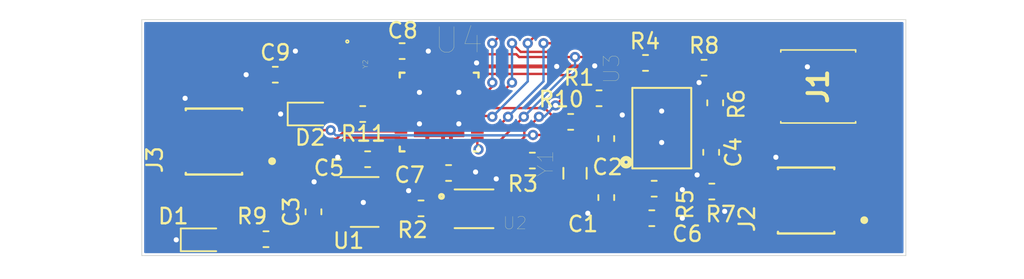
<source format=kicad_pcb>
(kicad_pcb (version 20171130) (host pcbnew "(5.1.6-0-10_14)")

  (general
    (thickness 1.6)
    (drawings 5)
    (tracks 374)
    (zones 0)
    (modules 31)
    (nets 44)
  )

  (page A4)
  (layers
    (0 F.Cu signal)
    (31 B.Cu signal)
    (32 B.Adhes user)
    (33 F.Adhes user)
    (34 B.Paste user)
    (35 F.Paste user)
    (36 B.SilkS user)
    (37 F.SilkS user)
    (38 B.Mask user)
    (39 F.Mask user)
    (40 Dwgs.User user)
    (41 Cmts.User user)
    (42 Eco1.User user)
    (43 Eco2.User user)
    (44 Edge.Cuts user)
    (45 Margin user)
    (46 B.CrtYd user)
    (47 F.CrtYd user)
    (48 B.Fab user)
    (49 F.Fab user hide)
  )

  (setup
    (last_trace_width 0.1524)
    (user_trace_width 0.254)
    (user_trace_width 0.508)
    (user_trace_width 1.524)
    (trace_clearance 0.1524)
    (zone_clearance 0.127)
    (zone_45_only no)
    (trace_min 0.1524)
    (via_size 0.6604)
    (via_drill 0.3302)
    (via_min_size 0.6604)
    (via_min_drill 0.3302)
    (uvia_size 0.3)
    (uvia_drill 0.1)
    (uvias_allowed no)
    (uvia_min_size 0.2)
    (uvia_min_drill 0.1)
    (edge_width 0.05)
    (segment_width 0.2)
    (pcb_text_width 0.3)
    (pcb_text_size 1.5 1.5)
    (mod_edge_width 0.12)
    (mod_text_size 1 1)
    (mod_text_width 0.15)
    (pad_size 1.524 1.524)
    (pad_drill 0.762)
    (pad_to_mask_clearance 0.0508)
    (aux_axis_origin 0 0)
    (visible_elements FFFFFF7F)
    (pcbplotparams
      (layerselection 0x010fc_ffffffff)
      (usegerberextensions false)
      (usegerberattributes false)
      (usegerberadvancedattributes false)
      (creategerberjobfile false)
      (excludeedgelayer true)
      (linewidth 0.100000)
      (plotframeref false)
      (viasonmask false)
      (mode 1)
      (useauxorigin false)
      (hpglpennumber 1)
      (hpglpenspeed 20)
      (hpglpendiameter 15.000000)
      (psnegative false)
      (psa4output false)
      (plotreference true)
      (plotvalue true)
      (plotinvisibletext false)
      (padsonsilk false)
      (subtractmaskfromsilk false)
      (outputformat 1)
      (mirror false)
      (drillshape 0)
      (scaleselection 1)
      (outputdirectory "plot/"))
  )

  (net 0 "")
  (net 1 GND)
  (net 2 "Net-(C1-Pad1)")
  (net 3 "Net-(C2-Pad1)")
  (net 4 +3V3)
  (net 5 VDD)
  (net 6 "Net-(C8-Pad2)")
  (net 7 SCK)
  (net 8 MISO)
  (net 9 RESET)
  (net 10 MOSI)
  (net 11 RX)
  (net 12 TX)
  (net 13 SENSOR_SDA)
  (net 14 SENSOR_SCL)
  (net 15 "Net-(C4-Pad1)")
  (net 16 "Net-(R2-Pad2)")
  (net 17 "Net-(R3-Pad2)")
  (net 18 "Net-(R5-Pad1)")
  (net 19 "Net-(R6-Pad1)")
  (net 20 "Net-(R7-Pad1)")
  (net 21 "Net-(R8-Pad1)")
  (net 22 "Net-(U1-Pad4)")
  (net 23 "Net-(U2-Pad3)")
  (net 24 "Net-(U3-Pad14)")
  (net 25 "Net-(U4-Pad32)")
  (net 26 "Net-(U4-Pad26)")
  (net 27 "Net-(U4-Pad24)")
  (net 28 "Net-(U4-Pad23)")
  (net 29 "Net-(U4-Pad14)")
  (net 30 "Net-(U4-Pad13)")
  (net 31 "Net-(U4-Pad12)")
  (net 32 "Net-(U4-Pad11)")
  (net 33 "Net-(U4-Pad9)")
  (net 34 "Net-(D1-Pad2)")
  (net 35 SDA)
  (net 36 SCL)
  (net 37 PC2)
  (net 38 "Net-(U4-Pad20)")
  (net 39 "Net-(D2-Pad2)")
  (net 40 "Net-(C9-Pad2)")
  (net 41 "Net-(J2-Pad5)")
  (net 42 "Net-(J2-Pad1)")
  (net 43 "Net-(R11-Pad2)")

  (net_class Default "This is the default net class."
    (clearance 0.1524)
    (trace_width 0.1524)
    (via_dia 0.6604)
    (via_drill 0.3302)
    (uvia_dia 0.3)
    (uvia_drill 0.1)
    (add_net +3V3)
    (add_net GND)
    (add_net MISO)
    (add_net MOSI)
    (add_net "Net-(C1-Pad1)")
    (add_net "Net-(C2-Pad1)")
    (add_net "Net-(C4-Pad1)")
    (add_net "Net-(C8-Pad2)")
    (add_net "Net-(C9-Pad2)")
    (add_net "Net-(D1-Pad2)")
    (add_net "Net-(D2-Pad2)")
    (add_net "Net-(J2-Pad1)")
    (add_net "Net-(J2-Pad5)")
    (add_net "Net-(R11-Pad2)")
    (add_net "Net-(R2-Pad2)")
    (add_net "Net-(R3-Pad2)")
    (add_net "Net-(R5-Pad1)")
    (add_net "Net-(R6-Pad1)")
    (add_net "Net-(R7-Pad1)")
    (add_net "Net-(R8-Pad1)")
    (add_net "Net-(U1-Pad4)")
    (add_net "Net-(U2-Pad3)")
    (add_net "Net-(U3-Pad14)")
    (add_net "Net-(U4-Pad11)")
    (add_net "Net-(U4-Pad12)")
    (add_net "Net-(U4-Pad13)")
    (add_net "Net-(U4-Pad14)")
    (add_net "Net-(U4-Pad20)")
    (add_net "Net-(U4-Pad23)")
    (add_net "Net-(U4-Pad24)")
    (add_net "Net-(U4-Pad26)")
    (add_net "Net-(U4-Pad32)")
    (add_net "Net-(U4-Pad9)")
    (add_net PC2)
    (add_net RESET)
    (add_net RX)
    (add_net SCK)
    (add_net SCL)
    (add_net SDA)
    (add_net SENSOR_SCL)
    (add_net SENSOR_SDA)
    (add_net TX)
    (add_net VDD)
  )

  (net_class Power ""
    (clearance 0.508)
    (trace_width 0.508)
    (via_dia 0.6604)
    (via_drill 0.3302)
    (uvia_dia 0.3)
    (uvia_drill 0.1)
  )

  (module ABM10-16.000MHZ-E20-T:XTAL250X200X50 (layer F.Cu) (tedit 5F1B5D7D) (tstamp 5F1BFA58)
    (at 142.403 59.956 270)
    (path /5F1F1E83)
    (fp_text reference Y2 (at -0.18543 -2.062016 90) (layer F.SilkS)
      (effects (font (size 0.32075 0.32075) (thickness 0.015)))
    )
    (fp_text value ABM10-16.000MHZ-E20-T (at 1.794712 2.033362 90) (layer F.Fab)
      (effects (font (size 0.320879 0.320879) (thickness 0.015)))
    )
    (fp_line (start 1.5 1.75) (end 1.5 -1.75) (layer F.CrtYd) (width 0.05))
    (fp_circle (center -1.65 -0.9) (end -1.563978 -0.9) (layer F.SilkS) (width 0.1))
    (fp_line (start -1.5 -1.75) (end 1.5 -1.75) (layer F.CrtYd) (width 0.05))
    (fp_line (start -1.5 1.75) (end -1.5 -1.75) (layer F.CrtYd) (width 0.05))
    (fp_line (start 1.5 1.75) (end -1.5 1.75) (layer F.CrtYd) (width 0.05))
    (fp_line (start -1 -1.25) (end 1 -1.25) (layer F.Fab) (width 0.127))
    (fp_line (start -1 1.25) (end -1 -1.25) (layer F.Fab) (width 0.127))
    (fp_line (start 1 1.25) (end -1 1.25) (layer F.Fab) (width 0.127))
    (fp_line (start 1 -1.25) (end 1 1.25) (layer F.Fab) (width 0.127))
    (pad 4 smd rect (at 0.75 -0.925 270) (size 0.91 1.06) (layers F.Cu F.Paste F.Mask)
      (net 1 GND))
    (pad 3 smd rect (at 0.75 0.925 270) (size 0.91 1.06) (layers F.Cu F.Paste F.Mask)
      (net 40 "Net-(C9-Pad2)"))
    (pad 2 smd rect (at -0.75 0.925 270) (size 0.91 1.06) (layers F.Cu F.Paste F.Mask)
      (net 1 GND))
    (pad 1 smd rect (at -0.75 -0.925 270) (size 0.91 1.06) (layers F.Cu F.Paste F.Mask)
      (net 6 "Net-(C8-Pad2)"))
  )

  (module ABS07-32.768KHZ-T:XTAL_ABS07-32.768KHZ-T (layer F.Cu) (tedit 5F1B5CA3) (tstamp 5F1BFA47)
    (at 157.988 66.822 90)
    (path /5F1E5CD7)
    (fp_text reference Y1 (at 0.635 -1.905 90) (layer F.SilkS)
      (effects (font (size 1 1) (thickness 0.015)))
    )
    (fp_text value ABS07-32.768KHZ-T (at 11.43 1.905 90) (layer F.Fab)
      (effects (font (size 1 1) (thickness 0.015)))
    )
    (fp_line (start -2.05 1.2) (end -2.05 -1.2) (layer F.CrtYd) (width 0.05))
    (fp_line (start 2.05 1.2) (end -2.05 1.2) (layer F.CrtYd) (width 0.05))
    (fp_line (start 2.05 -1.2) (end 2.05 1.2) (layer F.CrtYd) (width 0.05))
    (fp_line (start -2.05 -1.2) (end 2.05 -1.2) (layer F.CrtYd) (width 0.05))
    (fp_line (start -0.35 0.75) (end 0.35 0.75) (layer F.SilkS) (width 0.127))
    (fp_line (start -0.35 -0.75) (end 0.35 -0.75) (layer F.SilkS) (width 0.127))
    (fp_line (start -1.6 0.75) (end -1.6 -0.75) (layer F.Fab) (width 0.127))
    (fp_line (start 1.6 0.75) (end -1.6 0.75) (layer F.Fab) (width 0.127))
    (fp_line (start 1.6 -0.75) (end 1.6 0.75) (layer F.Fab) (width 0.127))
    (fp_line (start -1.6 -0.75) (end 1.6 -0.75) (layer F.Fab) (width 0.127))
    (pad 2 smd rect (at 1.25 0 90) (size 1.1 1.9) (layers F.Cu F.Paste F.Mask)
      (net 3 "Net-(C2-Pad1)"))
    (pad 1 smd rect (at -1.25 0 90) (size 1.1 1.9) (layers F.Cu F.Paste F.Mask)
      (net 2 "Net-(C1-Pad1)"))
  )

  (module 6pin:Amphenol_ICC___FCI-20021121-00006C4LF-MFG (layer F.Cu) (tedit 5EF17007) (tstamp 5F1BF7AD)
    (at 134.702 64.77 90)
    (path /5F1BB66F)
    (fp_text reference J3 (at -2.13 -3.815 90) (layer F.SilkS)
      (effects (font (size 1 1) (thickness 0.15)) (justify left))
    )
    (fp_text value 20021121-00006C4LF (at -0.762 7.194 90) (layer F.SilkS) hide
      (effects (font (size 1.27 1.27) (thickness 0.15)))
    )
    (fp_circle (center -1.27 3.75) (end -1.145 3.75) (layer F.SilkS) (width 0.25))
    (fp_line (start -2.13 1.815) (end -2.13 -1.815) (layer F.SilkS) (width 0.15))
    (fp_line (start 2.025 1.815) (end 2.13 1.815) (layer F.SilkS) (width 0.15))
    (fp_line (start -2.13 1.815) (end -2.025 1.815) (layer F.SilkS) (width 0.15))
    (fp_line (start 2.13 1.815) (end 2.13 -1.815) (layer F.SilkS) (width 0.15))
    (fp_line (start 2.025 -1.815) (end 2.13 -1.815) (layer F.SilkS) (width 0.15))
    (fp_line (start -2.13 -1.815) (end -2.025 -1.815) (layer F.SilkS) (width 0.15))
    (fp_line (start 2.155 3.175) (end 2.155 -3.175) (layer F.CrtYd) (width 0.15))
    (fp_line (start -2.155 3.175) (end 2.155 3.175) (layer F.CrtYd) (width 0.15))
    (fp_line (start -2.155 -3.175) (end -2.155 3.175) (layer F.CrtYd) (width 0.15))
    (fp_line (start 2.155 -3.175) (end -2.155 -3.175) (layer F.CrtYd) (width 0.15))
    (fp_line (start 2.155 -3.175) (end 2.155 -3.175) (layer F.CrtYd) (width 0.15))
    (fp_line (start 2.13 1.815) (end -2.13 1.815) (layer F.Fab) (width 0.15))
    (fp_line (start 2.13 -1.815) (end 2.13 1.815) (layer F.Fab) (width 0.15))
    (fp_line (start -2.13 -1.815) (end 2.13 -1.815) (layer F.Fab) (width 0.15))
    (fp_line (start -2.13 1.815) (end -2.13 -1.815) (layer F.Fab) (width 0.15))
    (pad 5 smd rect (at 1.27 1.95 90) (size 0.76 2.4) (layers F.Cu F.Paste F.Mask)
      (net 9 RESET))
    (pad 3 smd rect (at 0 1.95 90) (size 0.76 2.4) (layers F.Cu F.Paste F.Mask)
      (net 10 MOSI))
    (pad 1 smd rect (at -1.27 1.95 90) (size 0.76 2.4) (layers F.Cu F.Paste F.Mask)
      (net 7 SCK))
    (pad 6 smd rect (at 1.27 -1.95 90) (size 0.76 2.4) (layers F.Cu F.Paste F.Mask)
      (net 1 GND))
    (pad 4 smd rect (at 0 -1.95 90) (size 0.76 2.4) (layers F.Cu F.Paste F.Mask)
      (net 4 +3V3))
    (pad 2 smd rect (at -1.27 -1.95 90) (size 0.76 2.4) (layers F.Cu F.Paste F.Mask)
      (net 8 MISO))
    (model eec.models/Amphenol_ICC_/_FCI_-_20021121-00006C4LF.step
      (at (xyz 0 0 0))
      (scale (xyz 1 1 1))
      (rotate (xyz 0 0 0))
    )
  )

  (module 6pin:Amphenol_ICC___FCI-20021121-00006C4LF-MFG (layer F.Cu) (tedit 5EF17007) (tstamp 5F1BF793)
    (at 172.892 68.58 90)
    (path /5F1D0F04)
    (fp_text reference J2 (at -2.13 -3.815 90) (layer F.SilkS)
      (effects (font (size 1 1) (thickness 0.15)) (justify left))
    )
    (fp_text value 20021121-00006C4LF (at 0 0 90) (layer F.SilkS) hide
      (effects (font (size 1.27 1.27) (thickness 0.15)))
    )
    (fp_circle (center -1.27 3.75) (end -1.145 3.75) (layer F.SilkS) (width 0.25))
    (fp_line (start -2.13 1.815) (end -2.13 -1.815) (layer F.SilkS) (width 0.15))
    (fp_line (start 2.025 1.815) (end 2.13 1.815) (layer F.SilkS) (width 0.15))
    (fp_line (start -2.13 1.815) (end -2.025 1.815) (layer F.SilkS) (width 0.15))
    (fp_line (start 2.13 1.815) (end 2.13 -1.815) (layer F.SilkS) (width 0.15))
    (fp_line (start 2.025 -1.815) (end 2.13 -1.815) (layer F.SilkS) (width 0.15))
    (fp_line (start -2.13 -1.815) (end -2.025 -1.815) (layer F.SilkS) (width 0.15))
    (fp_line (start 2.155 3.175) (end 2.155 -3.175) (layer F.CrtYd) (width 0.15))
    (fp_line (start -2.155 3.175) (end 2.155 3.175) (layer F.CrtYd) (width 0.15))
    (fp_line (start -2.155 -3.175) (end -2.155 3.175) (layer F.CrtYd) (width 0.15))
    (fp_line (start 2.155 -3.175) (end -2.155 -3.175) (layer F.CrtYd) (width 0.15))
    (fp_line (start 2.155 -3.175) (end 2.155 -3.175) (layer F.CrtYd) (width 0.15))
    (fp_line (start 2.13 1.815) (end -2.13 1.815) (layer F.Fab) (width 0.15))
    (fp_line (start 2.13 -1.815) (end 2.13 1.815) (layer F.Fab) (width 0.15))
    (fp_line (start -2.13 -1.815) (end 2.13 -1.815) (layer F.Fab) (width 0.15))
    (fp_line (start -2.13 1.815) (end -2.13 -1.815) (layer F.Fab) (width 0.15))
    (pad 5 smd rect (at 1.27 1.95 90) (size 0.76 2.4) (layers F.Cu F.Paste F.Mask)
      (net 41 "Net-(J2-Pad5)"))
    (pad 3 smd rect (at 0 1.95 90) (size 0.76 2.4) (layers F.Cu F.Paste F.Mask)
      (net 12 TX))
    (pad 1 smd rect (at -1.27 1.95 90) (size 0.76 2.4) (layers F.Cu F.Paste F.Mask)
      (net 42 "Net-(J2-Pad1)"))
    (pad 6 smd rect (at 1.27 -1.95 90) (size 0.76 2.4) (layers F.Cu F.Paste F.Mask)
      (net 1 GND))
    (pad 4 smd rect (at 0 -1.95 90) (size 0.76 2.4) (layers F.Cu F.Paste F.Mask)
      (net 5 VDD))
    (pad 2 smd rect (at -1.27 -1.95 90) (size 0.76 2.4) (layers F.Cu F.Paste F.Mask)
      (net 11 RX))
    (model eec.models/Amphenol_ICC_/_FCI_-_20021121-00006C4LF.step
      (at (xyz 0 0 0))
      (scale (xyz 1 1 1))
      (rotate (xyz 0 0 0))
    )
  )

  (module 4pin:95278101A04LF (layer F.Cu) (tedit 0) (tstamp 5F1BF779)
    (at 173.672 61.214 270)
    (descr 95278-101A04LF-2)
    (tags Connector)
    (path /5F206E7D)
    (attr smd)
    (fp_text reference J1 (at 0 0 90) (layer F.SilkS)
      (effects (font (size 1.27 1.27) (thickness 0.254)))
    )
    (fp_text value 95278-101A04LF (at 0 0 90) (layer F.SilkS) hide
      (effects (font (size 1.27 1.27) (thickness 0.254)))
    )
    (fp_line (start 2.36 2.415) (end 2.27 2.415) (layer F.SilkS) (width 0.1))
    (fp_line (start 2.36 -2.415) (end 2.36 2.415) (layer F.SilkS) (width 0.1))
    (fp_line (start 2.27 -2.415) (end 2.36 -2.415) (layer F.SilkS) (width 0.1))
    (fp_line (start -2.36 2.415) (end -2.23 2.415) (layer F.SilkS) (width 0.1))
    (fp_line (start -2.36 -2.415) (end -2.36 2.415) (layer F.SilkS) (width 0.1))
    (fp_line (start -2.23 -2.415) (end -2.36 -2.415) (layer F.SilkS) (width 0.1))
    (fp_line (start -3.36 5) (end -3.36 -5) (layer F.CrtYd) (width 0.1))
    (fp_line (start 3.36 5) (end -3.36 5) (layer F.CrtYd) (width 0.1))
    (fp_line (start 3.36 -5) (end 3.36 5) (layer F.CrtYd) (width 0.1))
    (fp_line (start -3.36 -5) (end 3.36 -5) (layer F.CrtYd) (width 0.1))
    (fp_line (start -2.36 2.415) (end -2.36 -2.415) (layer F.Fab) (width 0.2))
    (fp_line (start 2.36 2.415) (end -2.36 2.415) (layer F.Fab) (width 0.2))
    (fp_line (start 2.36 -2.415) (end 2.36 2.415) (layer F.Fab) (width 0.2))
    (fp_line (start -2.36 -2.415) (end 2.36 -2.415) (layer F.Fab) (width 0.2))
    (fp_text user %R (at 0 0 90) (layer F.Fab)
      (effects (font (size 1.27 1.27) (thickness 0.254)))
    )
    (pad 4 smd rect (at 1.27 -2.73 270) (size 1.27 2.54) (layers F.Cu F.Paste F.Mask)
      (net 5 VDD))
    (pad 3 smd rect (at 1.27 2.73 270) (size 1.27 2.54) (layers F.Cu F.Paste F.Mask)
      (net 35 SDA))
    (pad 2 smd rect (at -1.27 -2.73 270) (size 1.27 2.54) (layers F.Cu F.Paste F.Mask)
      (net 36 SCL))
    (pad 1 smd rect (at -1.27 2.73 270) (size 1.27 2.54) (layers F.Cu F.Paste F.Mask)
      (net 1 GND))
    (model 95278-101A04LF.stp
      (at (xyz 0 0 0))
      (scale (xyz 1 1 1))
      (rotate (xyz 0 0 0))
    )
  )

  (module Resistor_SMD:R_0603_1608Metric (layer F.Cu) (tedit 5B301BBD) (tstamp 5F184A93)
    (at 138.0585 71.08 180)
    (descr "Resistor SMD 0603 (1608 Metric), square (rectangular) end terminal, IPC_7351 nominal, (Body size source: http://www.tortai-tech.com/upload/download/2011102023233369053.pdf), generated with kicad-footprint-generator")
    (tags resistor)
    (path /5F25559F)
    (attr smd)
    (fp_text reference R9 (at 0.8985 1.484) (layer F.SilkS)
      (effects (font (size 1 1) (thickness 0.15)))
    )
    (fp_text value 100ohm (at 0 1.43) (layer F.Fab)
      (effects (font (size 1 1) (thickness 0.15)))
    )
    (fp_line (start 1.48 0.73) (end -1.48 0.73) (layer F.CrtYd) (width 0.05))
    (fp_line (start 1.48 -0.73) (end 1.48 0.73) (layer F.CrtYd) (width 0.05))
    (fp_line (start -1.48 -0.73) (end 1.48 -0.73) (layer F.CrtYd) (width 0.05))
    (fp_line (start -1.48 0.73) (end -1.48 -0.73) (layer F.CrtYd) (width 0.05))
    (fp_line (start -0.162779 0.51) (end 0.162779 0.51) (layer F.SilkS) (width 0.12))
    (fp_line (start -0.162779 -0.51) (end 0.162779 -0.51) (layer F.SilkS) (width 0.12))
    (fp_line (start 0.8 0.4) (end -0.8 0.4) (layer F.Fab) (width 0.1))
    (fp_line (start 0.8 -0.4) (end 0.8 0.4) (layer F.Fab) (width 0.1))
    (fp_line (start -0.8 -0.4) (end 0.8 -0.4) (layer F.Fab) (width 0.1))
    (fp_line (start -0.8 0.4) (end -0.8 -0.4) (layer F.Fab) (width 0.1))
    (fp_text user %R (at 0 0) (layer F.Fab)
      (effects (font (size 0.4 0.4) (thickness 0.06)))
    )
    (pad 2 smd roundrect (at 0.7875 0 180) (size 0.875 0.95) (layers F.Cu F.Paste F.Mask) (roundrect_rratio 0.25)
      (net 34 "Net-(D1-Pad2)"))
    (pad 1 smd roundrect (at -0.7875 0 180) (size 0.875 0.95) (layers F.Cu F.Paste F.Mask) (roundrect_rratio 0.25)
      (net 4 +3V3))
    (model ${KISYS3DMOD}/Resistor_SMD.3dshapes/R_0603_1608Metric.wrl
      (at (xyz 0 0 0))
      (scale (xyz 1 1 1))
      (rotate (xyz 0 0 0))
    )
  )

  (module LED_SMD:LED_0603_1608Metric (layer F.Cu) (tedit 5B301BBE) (tstamp 5F184836)
    (at 134.0485 71.12)
    (descr "LED SMD 0603 (1608 Metric), square (rectangular) end terminal, IPC_7351 nominal, (Body size source: http://www.tortai-tech.com/upload/download/2011102023233369053.pdf), generated with kicad-footprint-generator")
    (tags diode)
    (path /5F254B2D)
    (attr smd)
    (fp_text reference D1 (at -1.9685 -1.524) (layer F.SilkS)
      (effects (font (size 1 1) (thickness 0.15)))
    )
    (fp_text value LED_Small (at 0 1.43) (layer F.Fab)
      (effects (font (size 1 1) (thickness 0.15)))
    )
    (fp_line (start 1.48 0.73) (end -1.48 0.73) (layer F.CrtYd) (width 0.05))
    (fp_line (start 1.48 -0.73) (end 1.48 0.73) (layer F.CrtYd) (width 0.05))
    (fp_line (start -1.48 -0.73) (end 1.48 -0.73) (layer F.CrtYd) (width 0.05))
    (fp_line (start -1.48 0.73) (end -1.48 -0.73) (layer F.CrtYd) (width 0.05))
    (fp_line (start -1.485 0.735) (end 0.8 0.735) (layer F.SilkS) (width 0.12))
    (fp_line (start -1.485 -0.735) (end -1.485 0.735) (layer F.SilkS) (width 0.12))
    (fp_line (start 0.8 -0.735) (end -1.485 -0.735) (layer F.SilkS) (width 0.12))
    (fp_line (start 0.8 0.4) (end 0.8 -0.4) (layer F.Fab) (width 0.1))
    (fp_line (start -0.8 0.4) (end 0.8 0.4) (layer F.Fab) (width 0.1))
    (fp_line (start -0.8 -0.1) (end -0.8 0.4) (layer F.Fab) (width 0.1))
    (fp_line (start -0.5 -0.4) (end -0.8 -0.1) (layer F.Fab) (width 0.1))
    (fp_line (start 0.8 -0.4) (end -0.5 -0.4) (layer F.Fab) (width 0.1))
    (fp_text user %R (at 0 0) (layer F.Fab)
      (effects (font (size 0.4 0.4) (thickness 0.06)))
    )
    (pad 2 smd roundrect (at 0.7875 0) (size 0.875 0.95) (layers F.Cu F.Paste F.Mask) (roundrect_rratio 0.25)
      (net 34 "Net-(D1-Pad2)"))
    (pad 1 smd roundrect (at -0.7875 0) (size 0.875 0.95) (layers F.Cu F.Paste F.Mask) (roundrect_rratio 0.25)
      (net 1 GND))
    (model ${KISYS3DMOD}/LED_SMD.3dshapes/LED_0603_1608Metric.wrl
      (at (xyz 0 0 0))
      (scale (xyz 1 1 1))
      (rotate (xyz 0 0 0))
    )
  )

  (module Capacitor_SMD:C_0603_1608Metric (layer F.Cu) (tedit 5B301BBE) (tstamp 5F186B7A)
    (at 162.941 69.723 180)
    (descr "Capacitor SMD 0603 (1608 Metric), square (rectangular) end terminal, IPC_7351 nominal, (Body size source: http://www.tortai-tech.com/upload/download/2011102023233369053.pdf), generated with kicad-footprint-generator")
    (tags capacitor)
    (path /5F2348E8)
    (attr smd)
    (fp_text reference C6 (at -2.286 -1.016) (layer F.SilkS)
      (effects (font (size 1 1) (thickness 0.15)))
    )
    (fp_text value 0.1uF (at 0 1.43) (layer F.Fab)
      (effects (font (size 1 1) (thickness 0.15)))
    )
    (fp_line (start 1.48 0.73) (end -1.48 0.73) (layer F.CrtYd) (width 0.05))
    (fp_line (start 1.48 -0.73) (end 1.48 0.73) (layer F.CrtYd) (width 0.05))
    (fp_line (start -1.48 -0.73) (end 1.48 -0.73) (layer F.CrtYd) (width 0.05))
    (fp_line (start -1.48 0.73) (end -1.48 -0.73) (layer F.CrtYd) (width 0.05))
    (fp_line (start -0.162779 0.51) (end 0.162779 0.51) (layer F.SilkS) (width 0.12))
    (fp_line (start -0.162779 -0.51) (end 0.162779 -0.51) (layer F.SilkS) (width 0.12))
    (fp_line (start 0.8 0.4) (end -0.8 0.4) (layer F.Fab) (width 0.1))
    (fp_line (start 0.8 -0.4) (end 0.8 0.4) (layer F.Fab) (width 0.1))
    (fp_line (start -0.8 -0.4) (end 0.8 -0.4) (layer F.Fab) (width 0.1))
    (fp_line (start -0.8 0.4) (end -0.8 -0.4) (layer F.Fab) (width 0.1))
    (fp_text user %R (at 0 0) (layer F.Fab)
      (effects (font (size 0.4 0.4) (thickness 0.06)))
    )
    (pad 2 smd roundrect (at 0.7875 0 180) (size 0.875 0.95) (layers F.Cu F.Paste F.Mask) (roundrect_rratio 0.25)
      (net 4 +3V3))
    (pad 1 smd roundrect (at -0.7875 0 180) (size 0.875 0.95) (layers F.Cu F.Paste F.Mask) (roundrect_rratio 0.25)
      (net 1 GND))
    (model ${KISYS3DMOD}/Capacitor_SMD.3dshapes/C_0603_1608Metric.wrl
      (at (xyz 0 0 0))
      (scale (xyz 1 1 1))
      (rotate (xyz 0 0 0))
    )
  )

  (module Resistor_SMD:R_0603_1608Metric (layer F.Cu) (tedit 5B301BBD) (tstamp 5F17DDAE)
    (at 144.2975 62.992)
    (descr "Resistor SMD 0603 (1608 Metric), square (rectangular) end terminal, IPC_7351 nominal, (Body size source: http://www.tortai-tech.com/upload/download/2011102023233369053.pdf), generated with kicad-footprint-generator")
    (tags resistor)
    (path /5F17B602)
    (attr smd)
    (fp_text reference R11 (at 0.038 1.27) (layer F.SilkS)
      (effects (font (size 1 1) (thickness 0.15)))
    )
    (fp_text value 100ohm (at 0 1.43) (layer F.Fab)
      (effects (font (size 1 1) (thickness 0.15)))
    )
    (fp_line (start -0.8 0.4) (end -0.8 -0.4) (layer F.Fab) (width 0.1))
    (fp_line (start -0.8 -0.4) (end 0.8 -0.4) (layer F.Fab) (width 0.1))
    (fp_line (start 0.8 -0.4) (end 0.8 0.4) (layer F.Fab) (width 0.1))
    (fp_line (start 0.8 0.4) (end -0.8 0.4) (layer F.Fab) (width 0.1))
    (fp_line (start -0.162779 -0.51) (end 0.162779 -0.51) (layer F.SilkS) (width 0.12))
    (fp_line (start -0.162779 0.51) (end 0.162779 0.51) (layer F.SilkS) (width 0.12))
    (fp_line (start -1.48 0.73) (end -1.48 -0.73) (layer F.CrtYd) (width 0.05))
    (fp_line (start -1.48 -0.73) (end 1.48 -0.73) (layer F.CrtYd) (width 0.05))
    (fp_line (start 1.48 -0.73) (end 1.48 0.73) (layer F.CrtYd) (width 0.05))
    (fp_line (start 1.48 0.73) (end -1.48 0.73) (layer F.CrtYd) (width 0.05))
    (fp_text user %R (at 0 0) (layer F.Fab)
      (effects (font (size 0.4 0.4) (thickness 0.06)))
    )
    (pad 2 smd roundrect (at 0.7875 0) (size 0.875 0.95) (layers F.Cu F.Paste F.Mask) (roundrect_rratio 0.25)
      (net 43 "Net-(R11-Pad2)"))
    (pad 1 smd roundrect (at -0.7875 0) (size 0.875 0.95) (layers F.Cu F.Paste F.Mask) (roundrect_rratio 0.25)
      (net 39 "Net-(D2-Pad2)"))
    (model ${KISYS3DMOD}/Resistor_SMD.3dshapes/R_0603_1608Metric.wrl
      (at (xyz 0 0 0))
      (scale (xyz 1 1 1))
      (rotate (xyz 0 0 0))
    )
  )

  (module LED_SMD:LED_0603_1608Metric (layer F.Cu) (tedit 5B301BBE) (tstamp 5F17ACFC)
    (at 140.9445 62.992)
    (descr "LED SMD 0603 (1608 Metric), square (rectangular) end terminal, IPC_7351 nominal, (Body size source: http://www.tortai-tech.com/upload/download/2011102023233369053.pdf), generated with kicad-footprint-generator")
    (tags diode)
    (path /5F1784B8)
    (attr smd)
    (fp_text reference D2 (at -0.038 1.524) (layer F.SilkS)
      (effects (font (size 1 1) (thickness 0.15)))
    )
    (fp_text value LED_Small (at 0 1.43) (layer F.Fab)
      (effects (font (size 1 1) (thickness 0.15)))
    )
    (fp_line (start 0.8 -0.4) (end -0.5 -0.4) (layer F.Fab) (width 0.1))
    (fp_line (start -0.5 -0.4) (end -0.8 -0.1) (layer F.Fab) (width 0.1))
    (fp_line (start -0.8 -0.1) (end -0.8 0.4) (layer F.Fab) (width 0.1))
    (fp_line (start -0.8 0.4) (end 0.8 0.4) (layer F.Fab) (width 0.1))
    (fp_line (start 0.8 0.4) (end 0.8 -0.4) (layer F.Fab) (width 0.1))
    (fp_line (start 0.8 -0.735) (end -1.485 -0.735) (layer F.SilkS) (width 0.12))
    (fp_line (start -1.485 -0.735) (end -1.485 0.735) (layer F.SilkS) (width 0.12))
    (fp_line (start -1.485 0.735) (end 0.8 0.735) (layer F.SilkS) (width 0.12))
    (fp_line (start -1.48 0.73) (end -1.48 -0.73) (layer F.CrtYd) (width 0.05))
    (fp_line (start -1.48 -0.73) (end 1.48 -0.73) (layer F.CrtYd) (width 0.05))
    (fp_line (start 1.48 -0.73) (end 1.48 0.73) (layer F.CrtYd) (width 0.05))
    (fp_line (start 1.48 0.73) (end -1.48 0.73) (layer F.CrtYd) (width 0.05))
    (fp_text user %R (at 0 0) (layer F.Fab)
      (effects (font (size 0.4 0.4) (thickness 0.06)))
    )
    (pad 2 smd roundrect (at 0.7875 0) (size 0.875 0.95) (layers F.Cu F.Paste F.Mask) (roundrect_rratio 0.25)
      (net 39 "Net-(D2-Pad2)"))
    (pad 1 smd roundrect (at -0.7875 0) (size 0.875 0.95) (layers F.Cu F.Paste F.Mask) (roundrect_rratio 0.25)
      (net 1 GND))
    (model ${KISYS3DMOD}/LED_SMD.3dshapes/LED_0603_1608Metric.wrl
      (at (xyz 0 0 0))
      (scale (xyz 1 1 1))
      (rotate (xyz 0 0 0))
    )
  )

  (module Capacitor_SMD:C_0603_1608Metric (layer F.Cu) (tedit 5B301BBE) (tstamp 5F115E53)
    (at 149.8345 66.802 180)
    (descr "Capacitor SMD 0603 (1608 Metric), square (rectangular) end terminal, IPC_7351 nominal, (Body size source: http://www.tortai-tech.com/upload/download/2011102023233369053.pdf), generated with kicad-footprint-generator")
    (tags capacitor)
    (path /5F209B08)
    (attr smd)
    (fp_text reference C7 (at 2.5145 -0.127) (layer F.SilkS)
      (effects (font (size 1 1) (thickness 0.15)))
    )
    (fp_text value 0.1uF (at 0 1.43) (layer F.Fab)
      (effects (font (size 1 1) (thickness 0.15)))
    )
    (fp_line (start -0.8 0.4) (end -0.8 -0.4) (layer F.Fab) (width 0.1))
    (fp_line (start -0.8 -0.4) (end 0.8 -0.4) (layer F.Fab) (width 0.1))
    (fp_line (start 0.8 -0.4) (end 0.8 0.4) (layer F.Fab) (width 0.1))
    (fp_line (start 0.8 0.4) (end -0.8 0.4) (layer F.Fab) (width 0.1))
    (fp_line (start -0.162779 -0.51) (end 0.162779 -0.51) (layer F.SilkS) (width 0.12))
    (fp_line (start -0.162779 0.51) (end 0.162779 0.51) (layer F.SilkS) (width 0.12))
    (fp_line (start -1.48 0.73) (end -1.48 -0.73) (layer F.CrtYd) (width 0.05))
    (fp_line (start -1.48 -0.73) (end 1.48 -0.73) (layer F.CrtYd) (width 0.05))
    (fp_line (start 1.48 -0.73) (end 1.48 0.73) (layer F.CrtYd) (width 0.05))
    (fp_line (start 1.48 0.73) (end -1.48 0.73) (layer F.CrtYd) (width 0.05))
    (fp_text user %R (at 0 0) (layer F.Fab)
      (effects (font (size 0.4 0.4) (thickness 0.06)))
    )
    (pad 2 smd roundrect (at 0.7875 0 180) (size 0.875 0.95) (layers F.Cu F.Paste F.Mask) (roundrect_rratio 0.25)
      (net 4 +3V3))
    (pad 1 smd roundrect (at -0.7875 0 180) (size 0.875 0.95) (layers F.Cu F.Paste F.Mask) (roundrect_rratio 0.25)
      (net 1 GND))
    (model ${KISYS3DMOD}/Capacitor_SMD.3dshapes/C_0603_1608Metric.wrl
      (at (xyz 0 0 0))
      (scale (xyz 1 1 1))
      (rotate (xyz 0 0 0))
    )
  )

  (module BNO055:LGA28R50P4X10_380X520X100 (layer F.Cu) (tedit 5F0F97D8) (tstamp 5F116B6D)
    (at 163.584 63.905 90)
    (path /5F14966A)
    (fp_text reference U3 (at 3.834 -3.2465 90) (layer F.SilkS)
      (effects (font (size 1.001008 1.001008) (thickness 0.015)))
    )
    (fp_text value BNO055 (at 13.192115 2.668465 90) (layer F.Fab)
      (effects (font (size 1.001299 1.001299) (thickness 0.015)))
    )
    (fp_line (start -2.6 -1.9) (end -2.6 1.9) (layer F.SilkS) (width 0.127))
    (fp_line (start -2.6 1.9) (end 2.6 1.9) (layer F.SilkS) (width 0.127))
    (fp_line (start 2.6 1.9) (end 2.6 -1.9) (layer F.SilkS) (width 0.127))
    (fp_line (start 2.6 -1.9) (end -2.6 -1.9) (layer F.SilkS) (width 0.127))
    (fp_line (start -2.9 -2.2) (end 2.9 -2.2) (layer F.CrtYd) (width 0.127))
    (fp_line (start 2.9 -2.2) (end 2.9 2.2) (layer F.CrtYd) (width 0.127))
    (fp_line (start 2.9 2.2) (end -2.9 2.2) (layer F.CrtYd) (width 0.127))
    (fp_line (start -2.9 2.2) (end -2.9 -2.2) (layer F.CrtYd) (width 0.127))
    (fp_circle (center -2.2 -2.3) (end -2.1 -2.3) (layer F.SilkS) (width 0.3048))
    (pad 28 smd rect (at -1.75 -1.5625 90) (size 0.3 0.525) (layers F.Cu F.Paste F.Mask)
      (net 4 +3V3))
    (pad 27 smd rect (at -1.25 -1.5625 90) (size 0.3 0.525) (layers F.Cu F.Paste F.Mask)
      (net 2 "Net-(C1-Pad1)"))
    (pad 26 smd rect (at -0.75 -1.5625 90) (size 0.3 0.525) (layers F.Cu F.Paste F.Mask)
      (net 3 "Net-(C2-Pad1)"))
    (pad 25 smd rect (at -0.25 -1.5625 90) (size 0.3 0.525) (layers F.Cu F.Paste F.Mask)
      (net 1 GND))
    (pad 24 smd rect (at 0.25 -1.5625 90) (size 0.3 0.525) (layers F.Cu F.Paste F.Mask))
    (pad 23 smd rect (at 0.75 -1.5625 90) (size 0.3 0.525) (layers F.Cu F.Paste F.Mask))
    (pad 22 smd rect (at 1.25 -1.5625 90) (size 0.3 0.525) (layers F.Cu F.Paste F.Mask))
    (pad 21 smd rect (at 1.75 -1.5625 90) (size 0.3 0.525) (layers F.Cu F.Paste F.Mask))
    (pad 20 smd rect (at 2.25 -1.5625 90) (size 0.3 0.525) (layers F.Cu F.Paste F.Mask)
      (net 13 SENSOR_SDA))
    (pad 19 smd rect (at 2.3125 -0.75 90) (size 0.425 0.3) (layers F.Cu F.Paste F.Mask)
      (net 14 SENSOR_SCL))
    (pad 18 smd rect (at 2.3125 -0.25 90) (size 0.425 0.3) (layers F.Cu F.Paste F.Mask)
      (net 1 GND))
    (pad 17 smd rect (at 2.3125 0.25 90) (size 0.425 0.3) (layers F.Cu F.Paste F.Mask)
      (net 21 "Net-(R8-Pad1)"))
    (pad 16 smd rect (at 2.3125 0.75 90) (size 0.425 0.3) (layers F.Cu F.Paste F.Mask)
      (net 1 GND))
    (pad 15 smd rect (at 2.25 1.5625 90) (size 0.3 0.525) (layers F.Cu F.Paste F.Mask)
      (net 1 GND))
    (pad 14 smd rect (at 1.75 1.5625 90) (size 0.3 0.525) (layers F.Cu F.Paste F.Mask)
      (net 24 "Net-(U3-Pad14)"))
    (pad 13 smd rect (at 1.25 1.5625 90) (size 0.3 0.525) (layers F.Cu F.Paste F.Mask))
    (pad 12 smd rect (at 0.75 1.5625 90) (size 0.3 0.525) (layers F.Cu F.Paste F.Mask))
    (pad 11 smd rect (at 0.25 1.5625 90) (size 0.3 0.525) (layers F.Cu F.Paste F.Mask)
      (net 19 "Net-(R6-Pad1)"))
    (pad 10 smd rect (at -0.25 1.5625 90) (size 0.3 0.525) (layers F.Cu F.Paste F.Mask)
      (net 1 GND))
    (pad 9 smd rect (at -0.75 1.5625 90) (size 0.3 0.525) (layers F.Cu F.Paste F.Mask)
      (net 15 "Net-(C4-Pad1)"))
    (pad 8 smd rect (at -1.25 1.5625 90) (size 0.3 0.525) (layers F.Cu F.Paste F.Mask))
    (pad 7 smd rect (at -1.75 1.5625 90) (size 0.3 0.525) (layers F.Cu F.Paste F.Mask))
    (pad 6 smd rect (at -2.25 1.5625 90) (size 0.3 0.525) (layers F.Cu F.Paste F.Mask)
      (net 20 "Net-(R7-Pad1)"))
    (pad 5 smd rect (at -2.3125 0.75 90) (size 0.425 0.3) (layers F.Cu F.Paste F.Mask)
      (net 18 "Net-(R5-Pad1)"))
    (pad 4 smd rect (at -2.3125 0.25 90) (size 0.425 0.3) (layers F.Cu F.Paste F.Mask)
      (net 4 +3V3))
    (pad 3 smd rect (at -2.3125 -0.25 90) (size 0.425 0.3) (layers F.Cu F.Paste F.Mask)
      (net 4 +3V3))
    (pad 2 smd rect (at -2.3125 -0.75 90) (size 0.425 0.3) (layers F.Cu F.Paste F.Mask)
      (net 1 GND))
    (pad 1 smd rect (at -2.25 -1.5625 90) (size 0.3 0.525) (layers F.Cu F.Paste F.Mask))
  )

  (module ATMEGA328P-MUR:QFN50P500X500X100-33N (layer F.Cu) (tedit 5F0F9549) (tstamp 5F115FEB)
    (at 149.225 62.865 270)
    (path /5F13D13D)
    (fp_text reference U4 (at -4.6355 -1.27 180) (layer F.SilkS)
      (effects (font (size 1.642669 1.642669) (thickness 0.015)))
    )
    (fp_text value ATMEGA328P-MUR (at 18.435055 -5.492385 90) (layer F.Fab)
      (effects (font (size 1.641787 1.641787) (thickness 0.015)))
    )
    (fp_line (start 2.54 -2.2352) (end 2.54 -2.54) (layer F.SilkS) (width 0.1524))
    (fp_line (start 2.2352 2.54) (end 2.54 2.54) (layer F.SilkS) (width 0.1524))
    (fp_line (start -2.54 2.2352) (end -2.54 2.54) (layer F.SilkS) (width 0.1524))
    (fp_line (start -2.2352 -2.54) (end -2.54 -2.54) (layer F.SilkS) (width 0.1524))
    (fp_line (start -2.54 2.54) (end -2.2352 2.54) (layer F.SilkS) (width 0.1524))
    (fp_line (start 2.54 2.54) (end 2.54 2.2352) (layer F.SilkS) (width 0.1524))
    (fp_line (start 2.54 -2.54) (end 2.2352 -2.54) (layer F.SilkS) (width 0.1524))
    (fp_line (start -2.54 -2.54) (end -2.54 -2.2352) (layer F.SilkS) (width 0.1524))
    (fp_line (start -2.54 -1.27) (end -1.27 -2.54) (layer F.Fab) (width 0.1))
    (fp_line (start 1.905 -2.54) (end 1.6002 -2.54) (layer F.Fab) (width 0.1))
    (fp_line (start 1.397 -2.54) (end 1.0922 -2.54) (layer F.Fab) (width 0.1))
    (fp_line (start 0.889 -2.54) (end 0.6096 -2.54) (layer F.Fab) (width 0.1))
    (fp_line (start 0.4064 -2.54) (end 0.1016 -2.54) (layer F.Fab) (width 0.1))
    (fp_line (start -0.1016 -2.54) (end -0.4064 -2.54) (layer F.Fab) (width 0.1))
    (fp_line (start -0.6096 -2.54) (end -0.889 -2.54) (layer F.Fab) (width 0.1))
    (fp_line (start -1.0922 -2.54) (end -1.397 -2.54) (layer F.Fab) (width 0.1))
    (fp_line (start -1.6002 -2.54) (end -1.905 -2.54) (layer F.Fab) (width 0.1))
    (fp_line (start -2.54 -1.905) (end -2.54 -1.6002) (layer F.Fab) (width 0.1))
    (fp_line (start -2.54 -1.397) (end -2.54 -1.0922) (layer F.Fab) (width 0.1))
    (fp_line (start -2.54 -0.889) (end -2.54 -0.6096) (layer F.Fab) (width 0.1))
    (fp_line (start -2.54 -0.4064) (end -2.54 -0.1016) (layer F.Fab) (width 0.1))
    (fp_line (start -2.54 0.1016) (end -2.54 0.4064) (layer F.Fab) (width 0.1))
    (fp_line (start -2.54 0.6096) (end -2.54 0.889) (layer F.Fab) (width 0.1))
    (fp_line (start -2.54 1.0922) (end -2.54 1.397) (layer F.Fab) (width 0.1))
    (fp_line (start -2.54 1.6002) (end -2.54 1.905) (layer F.Fab) (width 0.1))
    (fp_line (start -1.905 2.54) (end -1.6002 2.54) (layer F.Fab) (width 0.1))
    (fp_line (start -1.397 2.54) (end -1.0922 2.54) (layer F.Fab) (width 0.1))
    (fp_line (start -0.889 2.54) (end -0.6096 2.54) (layer F.Fab) (width 0.1))
    (fp_line (start -0.4064 2.54) (end -0.1016 2.54) (layer F.Fab) (width 0.1))
    (fp_line (start 0.1016 2.54) (end 0.4064 2.54) (layer F.Fab) (width 0.1))
    (fp_line (start 0.6096 2.54) (end 0.889 2.54) (layer F.Fab) (width 0.1))
    (fp_line (start 1.0922 2.54) (end 1.397 2.54) (layer F.Fab) (width 0.1))
    (fp_line (start 1.6002 2.54) (end 1.905 2.54) (layer F.Fab) (width 0.1))
    (fp_line (start 2.54 1.905) (end 2.54 1.6002) (layer F.Fab) (width 0.1))
    (fp_line (start 2.54 1.397) (end 2.54 1.0922) (layer F.Fab) (width 0.1))
    (fp_line (start 2.54 0.889) (end 2.54 0.6096) (layer F.Fab) (width 0.1))
    (fp_line (start 2.54 0.4064) (end 2.54 0.1016) (layer F.Fab) (width 0.1))
    (fp_line (start 2.54 -0.1016) (end 2.54 -0.4064) (layer F.Fab) (width 0.1))
    (fp_line (start 2.54 -0.6096) (end 2.54 -0.889) (layer F.Fab) (width 0.1))
    (fp_line (start 2.54 -1.0922) (end 2.54 -1.397) (layer F.Fab) (width 0.1))
    (fp_line (start 2.54 -1.6002) (end 2.54 -1.905) (layer F.Fab) (width 0.1))
    (fp_line (start -2.54 2.54) (end 2.54 2.54) (layer F.Fab) (width 0.1))
    (fp_line (start 2.54 2.54) (end 2.54 -2.54) (layer F.Fab) (width 0.1))
    (fp_line (start 2.54 -2.54) (end -2.54 -2.54) (layer F.Fab) (width 0.1))
    (fp_line (start -2.54 -2.54) (end -2.54 2.54) (layer F.Fab) (width 0.1))
    (pad 33 smd rect (at 0 0 270) (size 3.2512 3.2512) (layers F.Cu F.Paste F.Mask)
      (net 1 GND))
    (pad 32 smd rect (at -1.7526 -2.4638 270) (size 0.3048 0.8128) (layers F.Cu F.Paste F.Mask)
      (net 25 "Net-(U4-Pad32)"))
    (pad 31 smd rect (at -1.2446 -2.4638 270) (size 0.3048 0.8128) (layers F.Cu F.Paste F.Mask)
      (net 12 TX))
    (pad 30 smd rect (at -0.762 -2.4638 270) (size 0.3048 0.8128) (layers F.Cu F.Paste F.Mask)
      (net 11 RX))
    (pad 29 smd rect (at -0.254 -2.4638 270) (size 0.3048 0.8128) (layers F.Cu F.Paste F.Mask)
      (net 9 RESET))
    (pad 28 smd rect (at 0.254 -2.4638 270) (size 0.3048 0.8128) (layers F.Cu F.Paste F.Mask)
      (net 36 SCL))
    (pad 27 smd rect (at 0.762 -2.4638 270) (size 0.3048 0.8128) (layers F.Cu F.Paste F.Mask)
      (net 35 SDA))
    (pad 26 smd rect (at 1.2446 -2.4638 270) (size 0.3048 0.8128) (layers F.Cu F.Paste F.Mask)
      (net 26 "Net-(U4-Pad26)"))
    (pad 25 smd rect (at 1.7526 -2.4638 270) (size 0.3048 0.8128) (layers F.Cu F.Paste F.Mask)
      (net 37 PC2))
    (pad 24 smd rect (at 2.4638 -1.7526 270) (size 0.8128 0.3048) (layers F.Cu F.Paste F.Mask)
      (net 27 "Net-(U4-Pad24)"))
    (pad 23 smd rect (at 2.4638 -1.2446 270) (size 0.8128 0.3048) (layers F.Cu F.Paste F.Mask)
      (net 28 "Net-(U4-Pad23)"))
    (pad 22 smd rect (at 2.4638 -0.762 270) (size 0.8128 0.3048) (layers F.Cu F.Paste F.Mask)
      (net 1 GND))
    (pad 21 smd rect (at 2.4638 -0.254 270) (size 0.8128 0.3048) (layers F.Cu F.Paste F.Mask)
      (net 1 GND))
    (pad 20 smd rect (at 2.4638 0.254 270) (size 0.8128 0.3048) (layers F.Cu F.Paste F.Mask)
      (net 38 "Net-(U4-Pad20)"))
    (pad 19 smd rect (at 2.4638 0.762 270) (size 0.8128 0.3048) (layers F.Cu F.Paste F.Mask)
      (net 1 GND))
    (pad 18 smd rect (at 2.4638 1.2446 270) (size 0.8128 0.3048) (layers F.Cu F.Paste F.Mask)
      (net 4 +3V3))
    (pad 17 smd rect (at 2.4638 1.7526 270) (size 0.8128 0.3048) (layers F.Cu F.Paste F.Mask)
      (net 7 SCK))
    (pad 16 smd rect (at 1.7526 2.4638 270) (size 0.3048 0.8128) (layers F.Cu F.Paste F.Mask)
      (net 8 MISO))
    (pad 15 smd rect (at 1.2446 2.4638 270) (size 0.3048 0.8128) (layers F.Cu F.Paste F.Mask)
      (net 10 MOSI))
    (pad 14 smd rect (at 0.762 2.4638 270) (size 0.3048 0.8128) (layers F.Cu F.Paste F.Mask)
      (net 29 "Net-(U4-Pad14)"))
    (pad 13 smd rect (at 0.254 2.4638 270) (size 0.3048 0.8128) (layers F.Cu F.Paste F.Mask)
      (net 30 "Net-(U4-Pad13)"))
    (pad 12 smd rect (at -0.254 2.4638 270) (size 0.3048 0.8128) (layers F.Cu F.Paste F.Mask)
      (net 31 "Net-(U4-Pad12)"))
    (pad 11 smd rect (at -0.762 2.4638 270) (size 0.3048 0.8128) (layers F.Cu F.Paste F.Mask)
      (net 32 "Net-(U4-Pad11)"))
    (pad 10 smd rect (at -1.2446 2.4638 270) (size 0.3048 0.8128) (layers F.Cu F.Paste F.Mask)
      (net 43 "Net-(R11-Pad2)"))
    (pad 9 smd rect (at -1.7526 2.4638 270) (size 0.3048 0.8128) (layers F.Cu F.Paste F.Mask)
      (net 33 "Net-(U4-Pad9)"))
    (pad 8 smd rect (at -2.4638 1.7526 270) (size 0.8128 0.3048) (layers F.Cu F.Paste F.Mask)
      (net 40 "Net-(C9-Pad2)"))
    (pad 7 smd rect (at -2.4638 1.2446 270) (size 0.8128 0.3048) (layers F.Cu F.Paste F.Mask)
      (net 6 "Net-(C8-Pad2)"))
    (pad 6 smd rect (at -2.4638 0.762 270) (size 0.8128 0.3048) (layers F.Cu F.Paste F.Mask)
      (net 4 +3V3))
    (pad 5 smd rect (at -2.4638 0.254 270) (size 0.8128 0.3048) (layers F.Cu F.Paste F.Mask)
      (net 1 GND))
    (pad 4 smd rect (at -2.4638 -0.254 270) (size 0.8128 0.3048) (layers F.Cu F.Paste F.Mask)
      (net 4 +3V3))
    (pad 3 smd rect (at -2.4638 -0.762 270) (size 0.8128 0.3048) (layers F.Cu F.Paste F.Mask)
      (net 1 GND))
    (pad 2 smd rect (at -2.4638 -1.2446 270) (size 0.8128 0.3048) (layers F.Cu F.Paste F.Mask)
      (net 14 SENSOR_SCL))
    (pad 1 smd rect (at -2.4638 -1.7526 270) (size 0.8128 0.3048) (layers F.Cu F.Paste F.Mask)
      (net 13 SENSOR_SDA))
  )

  (module Package_TO_SOT_SMD:SOT-23-5 (layer F.Cu) (tedit 5A02FF57) (tstamp 5F12DF98)
    (at 144.422 68.675)
    (descr "5-pin SOT23 package")
    (tags SOT-23-5)
    (path /5F1E2D2C)
    (attr smd)
    (fp_text reference U1 (at -1.039 2.5085) (layer F.SilkS)
      (effects (font (size 1 1) (thickness 0.15)))
    )
    (fp_text value MIC5205-3.3YM5 (at 0 2.9) (layer F.Fab)
      (effects (font (size 1 1) (thickness 0.15)))
    )
    (fp_line (start -0.9 1.61) (end 0.9 1.61) (layer F.SilkS) (width 0.12))
    (fp_line (start 0.9 -1.61) (end -1.55 -1.61) (layer F.SilkS) (width 0.12))
    (fp_line (start -1.9 -1.8) (end 1.9 -1.8) (layer F.CrtYd) (width 0.05))
    (fp_line (start 1.9 -1.8) (end 1.9 1.8) (layer F.CrtYd) (width 0.05))
    (fp_line (start 1.9 1.8) (end -1.9 1.8) (layer F.CrtYd) (width 0.05))
    (fp_line (start -1.9 1.8) (end -1.9 -1.8) (layer F.CrtYd) (width 0.05))
    (fp_line (start -0.9 -0.9) (end -0.25 -1.55) (layer F.Fab) (width 0.1))
    (fp_line (start 0.9 -1.55) (end -0.25 -1.55) (layer F.Fab) (width 0.1))
    (fp_line (start -0.9 -0.9) (end -0.9 1.55) (layer F.Fab) (width 0.1))
    (fp_line (start 0.9 1.55) (end -0.9 1.55) (layer F.Fab) (width 0.1))
    (fp_line (start 0.9 -1.55) (end 0.9 1.55) (layer F.Fab) (width 0.1))
    (fp_text user %R (at 0 0 90) (layer F.Fab)
      (effects (font (size 0.5 0.5) (thickness 0.075)))
    )
    (pad 5 smd rect (at 1.1 -0.95) (size 1.06 0.65) (layers F.Cu F.Paste F.Mask)
      (net 4 +3V3))
    (pad 4 smd rect (at 1.1 0.95) (size 1.06 0.65) (layers F.Cu F.Paste F.Mask)
      (net 22 "Net-(U1-Pad4)"))
    (pad 3 smd rect (at -1.1 0.95) (size 1.06 0.65) (layers F.Cu F.Paste F.Mask)
      (net 5 VDD))
    (pad 2 smd rect (at -1.1 0) (size 1.06 0.65) (layers F.Cu F.Paste F.Mask)
      (net 1 GND))
    (pad 1 smd rect (at -1.1 -0.95) (size 1.06 0.65) (layers F.Cu F.Paste F.Mask)
      (net 5 VDD))
    (model ${KISYS3DMOD}/Package_TO_SOT_SMD.3dshapes/SOT-23-5.wrl
      (at (xyz 0 0 0))
      (scale (xyz 1 1 1))
      (rotate (xyz 0 0 0))
    )
  )

  (module Resistor_SMD:R_0603_1608Metric (layer F.Cu) (tedit 5B301BBD) (tstamp 5F128DA7)
    (at 167.029 62.27 90)
    (descr "Resistor SMD 0603 (1608 Metric), square (rectangular) end terminal, IPC_7351 nominal, (Body size source: http://www.tortai-tech.com/upload/download/2011102023233369053.pdf), generated with kicad-footprint-generator")
    (tags resistor)
    (path /5F15D01C)
    (attr smd)
    (fp_text reference R6 (at -0.087 1.373 90) (layer F.SilkS)
      (effects (font (size 1 1) (thickness 0.15)))
    )
    (fp_text value 10K (at 0 1.43 90) (layer F.Fab)
      (effects (font (size 1 1) (thickness 0.15)))
    )
    (fp_line (start -0.8 0.4) (end -0.8 -0.4) (layer F.Fab) (width 0.1))
    (fp_line (start -0.8 -0.4) (end 0.8 -0.4) (layer F.Fab) (width 0.1))
    (fp_line (start 0.8 -0.4) (end 0.8 0.4) (layer F.Fab) (width 0.1))
    (fp_line (start 0.8 0.4) (end -0.8 0.4) (layer F.Fab) (width 0.1))
    (fp_line (start -0.162779 -0.51) (end 0.162779 -0.51) (layer F.SilkS) (width 0.12))
    (fp_line (start -0.162779 0.51) (end 0.162779 0.51) (layer F.SilkS) (width 0.12))
    (fp_line (start -1.48 0.73) (end -1.48 -0.73) (layer F.CrtYd) (width 0.05))
    (fp_line (start -1.48 -0.73) (end 1.48 -0.73) (layer F.CrtYd) (width 0.05))
    (fp_line (start 1.48 -0.73) (end 1.48 0.73) (layer F.CrtYd) (width 0.05))
    (fp_line (start 1.48 0.73) (end -1.48 0.73) (layer F.CrtYd) (width 0.05))
    (fp_text user %R (at 0 0 90) (layer F.Fab)
      (effects (font (size 0.4 0.4) (thickness 0.06)))
    )
    (pad 2 smd roundrect (at 0.7875 0 90) (size 0.875 0.95) (layers F.Cu F.Paste F.Mask) (roundrect_rratio 0.25)
      (net 4 +3V3))
    (pad 1 smd roundrect (at -0.7875 0 90) (size 0.875 0.95) (layers F.Cu F.Paste F.Mask) (roundrect_rratio 0.25)
      (net 19 "Net-(R6-Pad1)"))
    (model ${KISYS3DMOD}/Resistor_SMD.3dshapes/R_0603_1608Metric.wrl
      (at (xyz 0 0 0))
      (scale (xyz 1 1 1))
      (rotate (xyz 0 0 0))
    )
  )

  (module Resistor_SMD:R_0603_1608Metric (layer F.Cu) (tedit 5B301BBD) (tstamp 5F115EE8)
    (at 163.0935 67.818)
    (descr "Resistor SMD 0603 (1608 Metric), square (rectangular) end terminal, IPC_7351 nominal, (Body size source: http://www.tortai-tech.com/upload/download/2011102023233369053.pdf), generated with kicad-footprint-generator")
    (tags resistor)
    (path /5F152935)
    (attr smd)
    (fp_text reference R5 (at 2.0065 1.016 90) (layer F.SilkS)
      (effects (font (size 1 1) (thickness 0.15)))
    )
    (fp_text value 10K (at 0 1.43) (layer F.Fab)
      (effects (font (size 1 1) (thickness 0.15)))
    )
    (fp_line (start -0.8 0.4) (end -0.8 -0.4) (layer F.Fab) (width 0.1))
    (fp_line (start -0.8 -0.4) (end 0.8 -0.4) (layer F.Fab) (width 0.1))
    (fp_line (start 0.8 -0.4) (end 0.8 0.4) (layer F.Fab) (width 0.1))
    (fp_line (start 0.8 0.4) (end -0.8 0.4) (layer F.Fab) (width 0.1))
    (fp_line (start -0.162779 -0.51) (end 0.162779 -0.51) (layer F.SilkS) (width 0.12))
    (fp_line (start -0.162779 0.51) (end 0.162779 0.51) (layer F.SilkS) (width 0.12))
    (fp_line (start -1.48 0.73) (end -1.48 -0.73) (layer F.CrtYd) (width 0.05))
    (fp_line (start -1.48 -0.73) (end 1.48 -0.73) (layer F.CrtYd) (width 0.05))
    (fp_line (start 1.48 -0.73) (end 1.48 0.73) (layer F.CrtYd) (width 0.05))
    (fp_line (start 1.48 0.73) (end -1.48 0.73) (layer F.CrtYd) (width 0.05))
    (fp_text user %R (at 0 0) (layer F.Fab)
      (effects (font (size 0.4 0.4) (thickness 0.06)))
    )
    (pad 2 smd roundrect (at 0.7875 0) (size 0.875 0.95) (layers F.Cu F.Paste F.Mask) (roundrect_rratio 0.25)
      (net 1 GND))
    (pad 1 smd roundrect (at -0.7875 0) (size 0.875 0.95) (layers F.Cu F.Paste F.Mask) (roundrect_rratio 0.25)
      (net 18 "Net-(R5-Pad1)"))
    (model ${KISYS3DMOD}/Resistor_SMD.3dshapes/R_0603_1608Metric.wrl
      (at (xyz 0 0 0))
      (scale (xyz 1 1 1))
      (rotate (xyz 0 0 0))
    )
  )

  (module Capacitor_SMD:C_0603_1608Metric (layer F.Cu) (tedit 5B301BBE) (tstamp 5F1282D6)
    (at 138.6585 60.452)
    (descr "Capacitor SMD 0603 (1608 Metric), square (rectangular) end terminal, IPC_7351 nominal, (Body size source: http://www.tortai-tech.com/upload/download/2011102023233369053.pdf), generated with kicad-footprint-generator")
    (tags capacitor)
    (path /5F24F705)
    (attr smd)
    (fp_text reference C9 (at 0 -1.43) (layer F.SilkS)
      (effects (font (size 1 1) (thickness 0.15)))
    )
    (fp_text value 22pF (at 0 1.43) (layer F.Fab)
      (effects (font (size 1 1) (thickness 0.15)))
    )
    (fp_line (start -0.8 0.4) (end -0.8 -0.4) (layer F.Fab) (width 0.1))
    (fp_line (start -0.8 -0.4) (end 0.8 -0.4) (layer F.Fab) (width 0.1))
    (fp_line (start 0.8 -0.4) (end 0.8 0.4) (layer F.Fab) (width 0.1))
    (fp_line (start 0.8 0.4) (end -0.8 0.4) (layer F.Fab) (width 0.1))
    (fp_line (start -0.162779 -0.51) (end 0.162779 -0.51) (layer F.SilkS) (width 0.12))
    (fp_line (start -0.162779 0.51) (end 0.162779 0.51) (layer F.SilkS) (width 0.12))
    (fp_line (start -1.48 0.73) (end -1.48 -0.73) (layer F.CrtYd) (width 0.05))
    (fp_line (start -1.48 -0.73) (end 1.48 -0.73) (layer F.CrtYd) (width 0.05))
    (fp_line (start 1.48 -0.73) (end 1.48 0.73) (layer F.CrtYd) (width 0.05))
    (fp_line (start 1.48 0.73) (end -1.48 0.73) (layer F.CrtYd) (width 0.05))
    (fp_text user %R (at 0 0) (layer F.Fab)
      (effects (font (size 0.4 0.4) (thickness 0.06)))
    )
    (pad 2 smd roundrect (at 0.7875 0) (size 0.875 0.95) (layers F.Cu F.Paste F.Mask) (roundrect_rratio 0.25)
      (net 40 "Net-(C9-Pad2)"))
    (pad 1 smd roundrect (at -0.7875 0) (size 0.875 0.95) (layers F.Cu F.Paste F.Mask) (roundrect_rratio 0.25)
      (net 1 GND))
    (model ${KISYS3DMOD}/Capacitor_SMD.3dshapes/C_0603_1608Metric.wrl
      (at (xyz 0 0 0))
      (scale (xyz 1 1 1))
      (rotate (xyz 0 0 0))
    )
  )

  (module Capacitor_SMD:C_0603_1608Metric (layer F.Cu) (tedit 5B301BBE) (tstamp 5F128306)
    (at 146.8375 58.928 180)
    (descr "Capacitor SMD 0603 (1608 Metric), square (rectangular) end terminal, IPC_7351 nominal, (Body size source: http://www.tortai-tech.com/upload/download/2011102023233369053.pdf), generated with kicad-footprint-generator")
    (tags capacitor)
    (path /5F24E6F1)
    (attr smd)
    (fp_text reference C8 (at -0.038 1.3335) (layer F.SilkS)
      (effects (font (size 1 1) (thickness 0.15)))
    )
    (fp_text value 22pF (at 0 1.43) (layer F.Fab)
      (effects (font (size 1 1) (thickness 0.15)))
    )
    (fp_line (start -0.8 0.4) (end -0.8 -0.4) (layer F.Fab) (width 0.1))
    (fp_line (start -0.8 -0.4) (end 0.8 -0.4) (layer F.Fab) (width 0.1))
    (fp_line (start 0.8 -0.4) (end 0.8 0.4) (layer F.Fab) (width 0.1))
    (fp_line (start 0.8 0.4) (end -0.8 0.4) (layer F.Fab) (width 0.1))
    (fp_line (start -0.162779 -0.51) (end 0.162779 -0.51) (layer F.SilkS) (width 0.12))
    (fp_line (start -0.162779 0.51) (end 0.162779 0.51) (layer F.SilkS) (width 0.12))
    (fp_line (start -1.48 0.73) (end -1.48 -0.73) (layer F.CrtYd) (width 0.05))
    (fp_line (start -1.48 -0.73) (end 1.48 -0.73) (layer F.CrtYd) (width 0.05))
    (fp_line (start 1.48 -0.73) (end 1.48 0.73) (layer F.CrtYd) (width 0.05))
    (fp_line (start 1.48 0.73) (end -1.48 0.73) (layer F.CrtYd) (width 0.05))
    (fp_text user %R (at 0 0) (layer F.Fab)
      (effects (font (size 0.4 0.4) (thickness 0.06)))
    )
    (pad 2 smd roundrect (at 0.7875 0 180) (size 0.875 0.95) (layers F.Cu F.Paste F.Mask) (roundrect_rratio 0.25)
      (net 6 "Net-(C8-Pad2)"))
    (pad 1 smd roundrect (at -0.7875 0 180) (size 0.875 0.95) (layers F.Cu F.Paste F.Mask) (roundrect_rratio 0.25)
      (net 1 GND))
    (model ${KISYS3DMOD}/Capacitor_SMD.3dshapes/C_0603_1608Metric.wrl
      (at (xyz 0 0 0))
      (scale (xyz 1 1 1))
      (rotate (xyz 0 0 0))
    )
  )

  (module Capacitor_SMD:C_0603_1608Metric (layer F.Cu) (tedit 5B301BBE) (tstamp 5F12DF64)
    (at 144.615 65.913 180)
    (descr "Capacitor SMD 0603 (1608 Metric), square (rectangular) end terminal, IPC_7351 nominal, (Body size source: http://www.tortai-tech.com/upload/download/2011102023233369053.pdf), generated with kicad-footprint-generator")
    (tags capacitor)
    (path /5F1EE30D)
    (attr smd)
    (fp_text reference C5 (at 2.4995 -0.5635) (layer F.SilkS)
      (effects (font (size 1 1) (thickness 0.15)))
    )
    (fp_text value 10uF (at 0 1.43) (layer F.Fab)
      (effects (font (size 1 1) (thickness 0.15)))
    )
    (fp_line (start -0.8 0.4) (end -0.8 -0.4) (layer F.Fab) (width 0.1))
    (fp_line (start -0.8 -0.4) (end 0.8 -0.4) (layer F.Fab) (width 0.1))
    (fp_line (start 0.8 -0.4) (end 0.8 0.4) (layer F.Fab) (width 0.1))
    (fp_line (start 0.8 0.4) (end -0.8 0.4) (layer F.Fab) (width 0.1))
    (fp_line (start -0.162779 -0.51) (end 0.162779 -0.51) (layer F.SilkS) (width 0.12))
    (fp_line (start -0.162779 0.51) (end 0.162779 0.51) (layer F.SilkS) (width 0.12))
    (fp_line (start -1.48 0.73) (end -1.48 -0.73) (layer F.CrtYd) (width 0.05))
    (fp_line (start -1.48 -0.73) (end 1.48 -0.73) (layer F.CrtYd) (width 0.05))
    (fp_line (start 1.48 -0.73) (end 1.48 0.73) (layer F.CrtYd) (width 0.05))
    (fp_line (start 1.48 0.73) (end -1.48 0.73) (layer F.CrtYd) (width 0.05))
    (fp_text user %R (at 0 0) (layer F.Fab)
      (effects (font (size 0.4 0.4) (thickness 0.06)))
    )
    (pad 2 smd roundrect (at 0.7875 0 180) (size 0.875 0.95) (layers F.Cu F.Paste F.Mask) (roundrect_rratio 0.25)
      (net 1 GND))
    (pad 1 smd roundrect (at -0.7875 0 180) (size 0.875 0.95) (layers F.Cu F.Paste F.Mask) (roundrect_rratio 0.25)
      (net 4 +3V3))
    (model ${KISYS3DMOD}/Capacitor_SMD.3dshapes/C_0603_1608Metric.wrl
      (at (xyz 0 0 0))
      (scale (xyz 1 1 1))
      (rotate (xyz 0 0 0))
    )
  )

  (module Capacitor_SMD:C_0603_1608Metric (layer F.Cu) (tedit 5B301BBE) (tstamp 5F12DF34)
    (at 141.12 69.31 90)
    (descr "Capacitor SMD 0603 (1608 Metric), square (rectangular) end terminal, IPC_7351 nominal, (Body size source: http://www.tortai-tech.com/upload/download/2011102023233369053.pdf), generated with kicad-footprint-generator")
    (tags capacitor)
    (path /5F1F76DA)
    (attr smd)
    (fp_text reference C3 (at 0 -1.43 90) (layer F.SilkS)
      (effects (font (size 1 1) (thickness 0.15)))
    )
    (fp_text value 10uF (at 0 1.43 90) (layer F.Fab)
      (effects (font (size 1 1) (thickness 0.15)))
    )
    (fp_line (start -0.8 0.4) (end -0.8 -0.4) (layer F.Fab) (width 0.1))
    (fp_line (start -0.8 -0.4) (end 0.8 -0.4) (layer F.Fab) (width 0.1))
    (fp_line (start 0.8 -0.4) (end 0.8 0.4) (layer F.Fab) (width 0.1))
    (fp_line (start 0.8 0.4) (end -0.8 0.4) (layer F.Fab) (width 0.1))
    (fp_line (start -0.162779 -0.51) (end 0.162779 -0.51) (layer F.SilkS) (width 0.12))
    (fp_line (start -0.162779 0.51) (end 0.162779 0.51) (layer F.SilkS) (width 0.12))
    (fp_line (start -1.48 0.73) (end -1.48 -0.73) (layer F.CrtYd) (width 0.05))
    (fp_line (start -1.48 -0.73) (end 1.48 -0.73) (layer F.CrtYd) (width 0.05))
    (fp_line (start 1.48 -0.73) (end 1.48 0.73) (layer F.CrtYd) (width 0.05))
    (fp_line (start 1.48 0.73) (end -1.48 0.73) (layer F.CrtYd) (width 0.05))
    (fp_text user %R (at 0 0 90) (layer F.Fab)
      (effects (font (size 0.4 0.4) (thickness 0.06)))
    )
    (pad 2 smd roundrect (at 0.7875 0 90) (size 0.875 0.95) (layers F.Cu F.Paste F.Mask) (roundrect_rratio 0.25)
      (net 1 GND))
    (pad 1 smd roundrect (at -0.7875 0 90) (size 0.875 0.95) (layers F.Cu F.Paste F.Mask) (roundrect_rratio 0.25)
      (net 5 VDD))
    (model ${KISYS3DMOD}/Capacitor_SMD.3dshapes/C_0603_1608Metric.wrl
      (at (xyz 0 0 0))
      (scale (xyz 1 1 1))
      (rotate (xyz 0 0 0))
    )
  )

  (module Capacitor_SMD:C_0603_1608Metric (layer F.Cu) (tedit 5B301BBE) (tstamp 5F128E07)
    (at 166.77 65.4665 270)
    (descr "Capacitor SMD 0603 (1608 Metric), square (rectangular) end terminal, IPC_7351 nominal, (Body size source: http://www.tortai-tech.com/upload/download/2011102023233369053.pdf), generated with kicad-footprint-generator")
    (tags capacitor)
    (path /5F15541E)
    (attr smd)
    (fp_text reference C4 (at 0 -1.43 90) (layer F.SilkS)
      (effects (font (size 1 1) (thickness 0.15)))
    )
    (fp_text value 0.1uF (at 0 1.43 90) (layer F.Fab)
      (effects (font (size 1 1) (thickness 0.15)))
    )
    (fp_line (start -0.8 0.4) (end -0.8 -0.4) (layer F.Fab) (width 0.1))
    (fp_line (start -0.8 -0.4) (end 0.8 -0.4) (layer F.Fab) (width 0.1))
    (fp_line (start 0.8 -0.4) (end 0.8 0.4) (layer F.Fab) (width 0.1))
    (fp_line (start 0.8 0.4) (end -0.8 0.4) (layer F.Fab) (width 0.1))
    (fp_line (start -0.162779 -0.51) (end 0.162779 -0.51) (layer F.SilkS) (width 0.12))
    (fp_line (start -0.162779 0.51) (end 0.162779 0.51) (layer F.SilkS) (width 0.12))
    (fp_line (start -1.48 0.73) (end -1.48 -0.73) (layer F.CrtYd) (width 0.05))
    (fp_line (start -1.48 -0.73) (end 1.48 -0.73) (layer F.CrtYd) (width 0.05))
    (fp_line (start 1.48 -0.73) (end 1.48 0.73) (layer F.CrtYd) (width 0.05))
    (fp_line (start 1.48 0.73) (end -1.48 0.73) (layer F.CrtYd) (width 0.05))
    (fp_text user %R (at 0 0 90) (layer F.Fab)
      (effects (font (size 0.4 0.4) (thickness 0.06)))
    )
    (pad 2 smd roundrect (at 0.7875 0 270) (size 0.875 0.95) (layers F.Cu F.Paste F.Mask) (roundrect_rratio 0.25)
      (net 1 GND))
    (pad 1 smd roundrect (at -0.7875 0 270) (size 0.875 0.95) (layers F.Cu F.Paste F.Mask) (roundrect_rratio 0.25)
      (net 15 "Net-(C4-Pad1)"))
    (model ${KISYS3DMOD}/Capacitor_SMD.3dshapes/C_0603_1608Metric.wrl
      (at (xyz 0 0 0))
      (scale (xyz 1 1 1))
      (rotate (xyz 0 0 0))
    )
  )

  (module Resistor_SMD:R_0603_1608Metric (layer F.Cu) (tedit 5B301BBD) (tstamp 5F11C1C3)
    (at 157.7085 63.5)
    (descr "Resistor SMD 0603 (1608 Metric), square (rectangular) end terminal, IPC_7351 nominal, (Body size source: http://www.tortai-tech.com/upload/download/2011102023233369053.pdf), generated with kicad-footprint-generator")
    (tags resistor)
    (path /5F237554)
    (attr smd)
    (fp_text reference R10 (at -0.6095 -1.4605) (layer F.SilkS)
      (effects (font (size 1 1) (thickness 0.15)))
    )
    (fp_text value 10K (at 0 1.43) (layer F.Fab)
      (effects (font (size 1 1) (thickness 0.15)))
    )
    (fp_line (start -0.8 0.4) (end -0.8 -0.4) (layer F.Fab) (width 0.1))
    (fp_line (start -0.8 -0.4) (end 0.8 -0.4) (layer F.Fab) (width 0.1))
    (fp_line (start 0.8 -0.4) (end 0.8 0.4) (layer F.Fab) (width 0.1))
    (fp_line (start 0.8 0.4) (end -0.8 0.4) (layer F.Fab) (width 0.1))
    (fp_line (start -0.162779 -0.51) (end 0.162779 -0.51) (layer F.SilkS) (width 0.12))
    (fp_line (start -0.162779 0.51) (end 0.162779 0.51) (layer F.SilkS) (width 0.12))
    (fp_line (start -1.48 0.73) (end -1.48 -0.73) (layer F.CrtYd) (width 0.05))
    (fp_line (start -1.48 -0.73) (end 1.48 -0.73) (layer F.CrtYd) (width 0.05))
    (fp_line (start 1.48 -0.73) (end 1.48 0.73) (layer F.CrtYd) (width 0.05))
    (fp_line (start 1.48 0.73) (end -1.48 0.73) (layer F.CrtYd) (width 0.05))
    (fp_text user %R (at 0 0) (layer F.Fab)
      (effects (font (size 0.4 0.4) (thickness 0.06)))
    )
    (pad 2 smd roundrect (at 0.7875 0) (size 0.875 0.95) (layers F.Cu F.Paste F.Mask) (roundrect_rratio 0.25)
      (net 4 +3V3))
    (pad 1 smd roundrect (at -0.7875 0) (size 0.875 0.95) (layers F.Cu F.Paste F.Mask) (roundrect_rratio 0.25)
      (net 9 RESET))
    (model ${KISYS3DMOD}/Resistor_SMD.3dshapes/R_0603_1608Metric.wrl
      (at (xyz 0 0 0))
      (scale (xyz 1 1 1))
      (rotate (xyz 0 0 0))
    )
  )

  (module Resistor_SMD:R_0603_1608Metric (layer F.Cu) (tedit 5B301BBD) (tstamp 5F11BEE8)
    (at 159.5375 61.976 180)
    (descr "Resistor SMD 0603 (1608 Metric), square (rectangular) end terminal, IPC_7351 nominal, (Body size source: http://www.tortai-tech.com/upload/download/2011102023233369053.pdf), generated with kicad-footprint-generator")
    (tags resistor)
    (path /5F17E3D1)
    (attr smd)
    (fp_text reference R1 (at 1.2955 1.3335) (layer F.SilkS)
      (effects (font (size 1 1) (thickness 0.15)))
    )
    (fp_text value 10K (at 0 1.43) (layer F.Fab)
      (effects (font (size 1 1) (thickness 0.15)))
    )
    (fp_line (start -0.8 0.4) (end -0.8 -0.4) (layer F.Fab) (width 0.1))
    (fp_line (start -0.8 -0.4) (end 0.8 -0.4) (layer F.Fab) (width 0.1))
    (fp_line (start 0.8 -0.4) (end 0.8 0.4) (layer F.Fab) (width 0.1))
    (fp_line (start 0.8 0.4) (end -0.8 0.4) (layer F.Fab) (width 0.1))
    (fp_line (start -0.162779 -0.51) (end 0.162779 -0.51) (layer F.SilkS) (width 0.12))
    (fp_line (start -0.162779 0.51) (end 0.162779 0.51) (layer F.SilkS) (width 0.12))
    (fp_line (start -1.48 0.73) (end -1.48 -0.73) (layer F.CrtYd) (width 0.05))
    (fp_line (start -1.48 -0.73) (end 1.48 -0.73) (layer F.CrtYd) (width 0.05))
    (fp_line (start 1.48 -0.73) (end 1.48 0.73) (layer F.CrtYd) (width 0.05))
    (fp_line (start 1.48 0.73) (end -1.48 0.73) (layer F.CrtYd) (width 0.05))
    (fp_text user %R (at 0 0) (layer F.Fab)
      (effects (font (size 0.4 0.4) (thickness 0.06)))
    )
    (pad 2 smd roundrect (at 0.7875 0 180) (size 0.875 0.95) (layers F.Cu F.Paste F.Mask) (roundrect_rratio 0.25)
      (net 4 +3V3))
    (pad 1 smd roundrect (at -0.7875 0 180) (size 0.875 0.95) (layers F.Cu F.Paste F.Mask) (roundrect_rratio 0.25)
      (net 13 SENSOR_SDA))
    (model ${KISYS3DMOD}/Resistor_SMD.3dshapes/R_0603_1608Metric.wrl
      (at (xyz 0 0 0))
      (scale (xyz 1 1 1))
      (rotate (xyz 0 0 0))
    )
  )

  (module Resistor_SMD:R_0603_1608Metric (layer F.Cu) (tedit 5B301BBD) (tstamp 5F115F5F)
    (at 155.2365 66 180)
    (descr "Resistor SMD 0603 (1608 Metric), square (rectangular) end terminal, IPC_7351 nominal, (Body size source: http://www.tortai-tech.com/upload/download/2011102023233369053.pdf), generated with kicad-footprint-generator")
    (tags resistor)
    (path /5F1B3554)
    (attr smd)
    (fp_text reference R3 (at 0.614 -1.5005) (layer F.SilkS)
      (effects (font (size 1 1) (thickness 0.15)))
    )
    (fp_text value 10K (at 0 1.43) (layer F.Fab)
      (effects (font (size 1 1) (thickness 0.15)))
    )
    (fp_line (start -0.8 0.4) (end -0.8 -0.4) (layer F.Fab) (width 0.1))
    (fp_line (start -0.8 -0.4) (end 0.8 -0.4) (layer F.Fab) (width 0.1))
    (fp_line (start 0.8 -0.4) (end 0.8 0.4) (layer F.Fab) (width 0.1))
    (fp_line (start 0.8 0.4) (end -0.8 0.4) (layer F.Fab) (width 0.1))
    (fp_line (start -0.162779 -0.51) (end 0.162779 -0.51) (layer F.SilkS) (width 0.12))
    (fp_line (start -0.162779 0.51) (end 0.162779 0.51) (layer F.SilkS) (width 0.12))
    (fp_line (start -1.48 0.73) (end -1.48 -0.73) (layer F.CrtYd) (width 0.05))
    (fp_line (start -1.48 -0.73) (end 1.48 -0.73) (layer F.CrtYd) (width 0.05))
    (fp_line (start 1.48 -0.73) (end 1.48 0.73) (layer F.CrtYd) (width 0.05))
    (fp_line (start 1.48 0.73) (end -1.48 0.73) (layer F.CrtYd) (width 0.05))
    (fp_text user %R (at 0 0) (layer F.Fab)
      (effects (font (size 0.4 0.4) (thickness 0.06)))
    )
    (pad 2 smd roundrect (at 0.7875 0 180) (size 0.875 0.95) (layers F.Cu F.Paste F.Mask) (roundrect_rratio 0.25)
      (net 17 "Net-(R3-Pad2)"))
    (pad 1 smd roundrect (at -0.7875 0 180) (size 0.875 0.95) (layers F.Cu F.Paste F.Mask) (roundrect_rratio 0.25)
      (net 4 +3V3))
    (model ${KISYS3DMOD}/Resistor_SMD.3dshapes/R_0603_1608Metric.wrl
      (at (xyz 0 0 0))
      (scale (xyz 1 1 1))
      (rotate (xyz 0 0 0))
    )
  )

  (module Resistor_SMD:R_0603_1608Metric (layer F.Cu) (tedit 5B301BBD) (tstamp 5F11C3EC)
    (at 148.0565 69.088)
    (descr "Resistor SMD 0603 (1608 Metric), square (rectangular) end terminal, IPC_7351 nominal, (Body size source: http://www.tortai-tech.com/upload/download/2011102023233369053.pdf), generated with kicad-footprint-generator")
    (tags resistor)
    (path /5F1C2074)
    (attr smd)
    (fp_text reference R2 (at -0.546 1.397) (layer F.SilkS)
      (effects (font (size 1 1) (thickness 0.15)))
    )
    (fp_text value 10K (at 0 1.43) (layer F.Fab)
      (effects (font (size 1 1) (thickness 0.15)))
    )
    (fp_line (start -0.8 0.4) (end -0.8 -0.4) (layer F.Fab) (width 0.1))
    (fp_line (start -0.8 -0.4) (end 0.8 -0.4) (layer F.Fab) (width 0.1))
    (fp_line (start 0.8 -0.4) (end 0.8 0.4) (layer F.Fab) (width 0.1))
    (fp_line (start 0.8 0.4) (end -0.8 0.4) (layer F.Fab) (width 0.1))
    (fp_line (start -0.162779 -0.51) (end 0.162779 -0.51) (layer F.SilkS) (width 0.12))
    (fp_line (start -0.162779 0.51) (end 0.162779 0.51) (layer F.SilkS) (width 0.12))
    (fp_line (start -1.48 0.73) (end -1.48 -0.73) (layer F.CrtYd) (width 0.05))
    (fp_line (start -1.48 -0.73) (end 1.48 -0.73) (layer F.CrtYd) (width 0.05))
    (fp_line (start 1.48 -0.73) (end 1.48 0.73) (layer F.CrtYd) (width 0.05))
    (fp_line (start 1.48 0.73) (end -1.48 0.73) (layer F.CrtYd) (width 0.05))
    (fp_text user %R (at 0 0) (layer F.Fab)
      (effects (font (size 0.4 0.4) (thickness 0.06)))
    )
    (pad 2 smd roundrect (at 0.7875 0) (size 0.875 0.95) (layers F.Cu F.Paste F.Mask) (roundrect_rratio 0.25)
      (net 16 "Net-(R2-Pad2)"))
    (pad 1 smd roundrect (at -0.7875 0) (size 0.875 0.95) (layers F.Cu F.Paste F.Mask) (roundrect_rratio 0.25)
      (net 1 GND))
    (model ${KISYS3DMOD}/Resistor_SMD.3dshapes/R_0603_1608Metric.wrl
      (at (xyz 0 0 0))
      (scale (xyz 1 1 1))
      (rotate (xyz 0 0 0))
    )
  )

  (module Capacitor_SMD:C_0603_1608Metric (layer F.Cu) (tedit 5B301BBE) (tstamp 5F115DED)
    (at 160.004 64.58 90)
    (descr "Capacitor SMD 0603 (1608 Metric), square (rectangular) end terminal, IPC_7351 nominal, (Body size source: http://www.tortai-tech.com/upload/download/2011102023233369053.pdf), generated with kicad-footprint-generator")
    (tags capacitor)
    (path /5F165A01)
    (attr smd)
    (fp_text reference C2 (at -1.841 0.0795 180) (layer F.SilkS)
      (effects (font (size 1 1) (thickness 0.15)))
    )
    (fp_text value 22pF (at 0 1.43 90) (layer F.Fab)
      (effects (font (size 1 1) (thickness 0.15)))
    )
    (fp_line (start -0.8 0.4) (end -0.8 -0.4) (layer F.Fab) (width 0.1))
    (fp_line (start -0.8 -0.4) (end 0.8 -0.4) (layer F.Fab) (width 0.1))
    (fp_line (start 0.8 -0.4) (end 0.8 0.4) (layer F.Fab) (width 0.1))
    (fp_line (start 0.8 0.4) (end -0.8 0.4) (layer F.Fab) (width 0.1))
    (fp_line (start -0.162779 -0.51) (end 0.162779 -0.51) (layer F.SilkS) (width 0.12))
    (fp_line (start -0.162779 0.51) (end 0.162779 0.51) (layer F.SilkS) (width 0.12))
    (fp_line (start -1.48 0.73) (end -1.48 -0.73) (layer F.CrtYd) (width 0.05))
    (fp_line (start -1.48 -0.73) (end 1.48 -0.73) (layer F.CrtYd) (width 0.05))
    (fp_line (start 1.48 -0.73) (end 1.48 0.73) (layer F.CrtYd) (width 0.05))
    (fp_line (start 1.48 0.73) (end -1.48 0.73) (layer F.CrtYd) (width 0.05))
    (fp_text user %R (at 0 0 90) (layer F.Fab)
      (effects (font (size 0.4 0.4) (thickness 0.06)))
    )
    (pad 2 smd roundrect (at 0.7875 0 90) (size 0.875 0.95) (layers F.Cu F.Paste F.Mask) (roundrect_rratio 0.25)
      (net 1 GND))
    (pad 1 smd roundrect (at -0.7875 0 90) (size 0.875 0.95) (layers F.Cu F.Paste F.Mask) (roundrect_rratio 0.25)
      (net 3 "Net-(C2-Pad1)"))
    (model ${KISYS3DMOD}/Capacitor_SMD.3dshapes/C_0603_1608Metric.wrl
      (at (xyz 0 0 0))
      (scale (xyz 1 1 1))
      (rotate (xyz 0 0 0))
    )
  )

  (module Capacitor_SMD:C_0603_1608Metric (layer F.Cu) (tedit 5B301BBE) (tstamp 5F115DDC)
    (at 160.004 68.39 270)
    (descr "Capacitor SMD 0603 (1608 Metric), square (rectangular) end terminal, IPC_7351 nominal, (Body size source: http://www.tortai-tech.com/upload/download/2011102023233369053.pdf), generated with kicad-footprint-generator")
    (tags capacitor)
    (path /5F161811)
    (attr smd)
    (fp_text reference C1 (at 1.714 1.508 180) (layer F.SilkS)
      (effects (font (size 1 1) (thickness 0.15)))
    )
    (fp_text value 22pF (at 0 1.43 90) (layer F.Fab)
      (effects (font (size 1 1) (thickness 0.15)))
    )
    (fp_line (start -0.8 0.4) (end -0.8 -0.4) (layer F.Fab) (width 0.1))
    (fp_line (start -0.8 -0.4) (end 0.8 -0.4) (layer F.Fab) (width 0.1))
    (fp_line (start 0.8 -0.4) (end 0.8 0.4) (layer F.Fab) (width 0.1))
    (fp_line (start 0.8 0.4) (end -0.8 0.4) (layer F.Fab) (width 0.1))
    (fp_line (start -0.162779 -0.51) (end 0.162779 -0.51) (layer F.SilkS) (width 0.12))
    (fp_line (start -0.162779 0.51) (end 0.162779 0.51) (layer F.SilkS) (width 0.12))
    (fp_line (start -1.48 0.73) (end -1.48 -0.73) (layer F.CrtYd) (width 0.05))
    (fp_line (start -1.48 -0.73) (end 1.48 -0.73) (layer F.CrtYd) (width 0.05))
    (fp_line (start 1.48 -0.73) (end 1.48 0.73) (layer F.CrtYd) (width 0.05))
    (fp_line (start 1.48 0.73) (end -1.48 0.73) (layer F.CrtYd) (width 0.05))
    (fp_text user %R (at 0 0 90) (layer F.Fab)
      (effects (font (size 0.4 0.4) (thickness 0.06)))
    )
    (pad 2 smd roundrect (at 0.7875 0 270) (size 0.875 0.95) (layers F.Cu F.Paste F.Mask) (roundrect_rratio 0.25)
      (net 1 GND))
    (pad 1 smd roundrect (at -0.7875 0 270) (size 0.875 0.95) (layers F.Cu F.Paste F.Mask) (roundrect_rratio 0.25)
      (net 2 "Net-(C1-Pad1)"))
    (model ${KISYS3DMOD}/Capacitor_SMD.3dshapes/C_0603_1608Metric.wrl
      (at (xyz 0 0 0))
      (scale (xyz 1 1 1))
      (rotate (xyz 0 0 0))
    )
  )

  (module Resistor_SMD:R_0603_1608Metric (layer F.Cu) (tedit 5B301BBD) (tstamp 5F12973D)
    (at 162.5345 59.69)
    (descr "Resistor SMD 0603 (1608 Metric), square (rectangular) end terminal, IPC_7351 nominal, (Body size source: http://www.tortai-tech.com/upload/download/2011102023233369053.pdf), generated with kicad-footprint-generator")
    (tags resistor)
    (path /5F17EA9B)
    (attr smd)
    (fp_text reference R4 (at -0.038 -1.397) (layer F.SilkS)
      (effects (font (size 1 1) (thickness 0.15)))
    )
    (fp_text value 10K (at 0 1.43) (layer F.Fab)
      (effects (font (size 1 1) (thickness 0.15)))
    )
    (fp_line (start -0.8 0.4) (end -0.8 -0.4) (layer F.Fab) (width 0.1))
    (fp_line (start -0.8 -0.4) (end 0.8 -0.4) (layer F.Fab) (width 0.1))
    (fp_line (start 0.8 -0.4) (end 0.8 0.4) (layer F.Fab) (width 0.1))
    (fp_line (start 0.8 0.4) (end -0.8 0.4) (layer F.Fab) (width 0.1))
    (fp_line (start -0.162779 -0.51) (end 0.162779 -0.51) (layer F.SilkS) (width 0.12))
    (fp_line (start -0.162779 0.51) (end 0.162779 0.51) (layer F.SilkS) (width 0.12))
    (fp_line (start -1.48 0.73) (end -1.48 -0.73) (layer F.CrtYd) (width 0.05))
    (fp_line (start -1.48 -0.73) (end 1.48 -0.73) (layer F.CrtYd) (width 0.05))
    (fp_line (start 1.48 -0.73) (end 1.48 0.73) (layer F.CrtYd) (width 0.05))
    (fp_line (start 1.48 0.73) (end -1.48 0.73) (layer F.CrtYd) (width 0.05))
    (fp_text user %R (at 0 0) (layer F.Fab)
      (effects (font (size 0.4 0.4) (thickness 0.06)))
    )
    (pad 2 smd roundrect (at 0.7875 0) (size 0.875 0.95) (layers F.Cu F.Paste F.Mask) (roundrect_rratio 0.25)
      (net 4 +3V3))
    (pad 1 smd roundrect (at -0.7875 0) (size 0.875 0.95) (layers F.Cu F.Paste F.Mask) (roundrect_rratio 0.25)
      (net 14 SENSOR_SCL))
    (model ${KISYS3DMOD}/Resistor_SMD.3dshapes/R_0603_1608Metric.wrl
      (at (xyz 0 0 0))
      (scale (xyz 1 1 1))
      (rotate (xyz 0 0 0))
    )
  )

  (module Resistor_SMD:R_0603_1608Metric (layer F.Cu) (tedit 5B301BBD) (tstamp 5F115F1B)
    (at 166.3115 60)
    (descr "Resistor SMD 0603 (1608 Metric), square (rectangular) end terminal, IPC_7351 nominal, (Body size source: http://www.tortai-tech.com/upload/download/2011102023233369053.pdf), generated with kicad-footprint-generator")
    (tags resistor)
    (path /5F14FA04)
    (attr smd)
    (fp_text reference R8 (at 0 -1.43) (layer F.SilkS)
      (effects (font (size 1 1) (thickness 0.15)))
    )
    (fp_text value 10K (at 0 1.43) (layer F.Fab)
      (effects (font (size 1 1) (thickness 0.15)))
    )
    (fp_line (start -0.8 0.4) (end -0.8 -0.4) (layer F.Fab) (width 0.1))
    (fp_line (start -0.8 -0.4) (end 0.8 -0.4) (layer F.Fab) (width 0.1))
    (fp_line (start 0.8 -0.4) (end 0.8 0.4) (layer F.Fab) (width 0.1))
    (fp_line (start 0.8 0.4) (end -0.8 0.4) (layer F.Fab) (width 0.1))
    (fp_line (start -0.162779 -0.51) (end 0.162779 -0.51) (layer F.SilkS) (width 0.12))
    (fp_line (start -0.162779 0.51) (end 0.162779 0.51) (layer F.SilkS) (width 0.12))
    (fp_line (start -1.48 0.73) (end -1.48 -0.73) (layer F.CrtYd) (width 0.05))
    (fp_line (start -1.48 -0.73) (end 1.48 -0.73) (layer F.CrtYd) (width 0.05))
    (fp_line (start 1.48 -0.73) (end 1.48 0.73) (layer F.CrtYd) (width 0.05))
    (fp_line (start 1.48 0.73) (end -1.48 0.73) (layer F.CrtYd) (width 0.05))
    (fp_text user %R (at 0 0) (layer F.Fab)
      (effects (font (size 0.4 0.4) (thickness 0.06)))
    )
    (pad 2 smd roundrect (at 0.7875 0) (size 0.875 0.95) (layers F.Cu F.Paste F.Mask) (roundrect_rratio 0.25)
      (net 1 GND))
    (pad 1 smd roundrect (at -0.7875 0) (size 0.875 0.95) (layers F.Cu F.Paste F.Mask) (roundrect_rratio 0.25)
      (net 21 "Net-(R8-Pad1)"))
    (model ${KISYS3DMOD}/Resistor_SMD.3dshapes/R_0603_1608Metric.wrl
      (at (xyz 0 0 0))
      (scale (xyz 1 1 1))
      (rotate (xyz 0 0 0))
    )
  )

  (module Resistor_SMD:R_0603_1608Metric (layer F.Cu) (tedit 5B301BBD) (tstamp 5F128DD7)
    (at 166.8115 68)
    (descr "Resistor SMD 0603 (1608 Metric), square (rectangular) end terminal, IPC_7351 nominal, (Body size source: http://www.tortai-tech.com/upload/download/2011102023233369053.pdf), generated with kicad-footprint-generator")
    (tags resistor)
    (path /5F15255F)
    (attr smd)
    (fp_text reference R7 (at 0.5745 1.469) (layer F.SilkS)
      (effects (font (size 1 1) (thickness 0.15)))
    )
    (fp_text value 10K (at 0 1.43) (layer F.Fab)
      (effects (font (size 1 1) (thickness 0.15)))
    )
    (fp_line (start -0.8 0.4) (end -0.8 -0.4) (layer F.Fab) (width 0.1))
    (fp_line (start -0.8 -0.4) (end 0.8 -0.4) (layer F.Fab) (width 0.1))
    (fp_line (start 0.8 -0.4) (end 0.8 0.4) (layer F.Fab) (width 0.1))
    (fp_line (start 0.8 0.4) (end -0.8 0.4) (layer F.Fab) (width 0.1))
    (fp_line (start -0.162779 -0.51) (end 0.162779 -0.51) (layer F.SilkS) (width 0.12))
    (fp_line (start -0.162779 0.51) (end 0.162779 0.51) (layer F.SilkS) (width 0.12))
    (fp_line (start -1.48 0.73) (end -1.48 -0.73) (layer F.CrtYd) (width 0.05))
    (fp_line (start -1.48 -0.73) (end 1.48 -0.73) (layer F.CrtYd) (width 0.05))
    (fp_line (start 1.48 -0.73) (end 1.48 0.73) (layer F.CrtYd) (width 0.05))
    (fp_line (start 1.48 0.73) (end -1.48 0.73) (layer F.CrtYd) (width 0.05))
    (fp_text user %R (at 0 0) (layer F.Fab)
      (effects (font (size 0.4 0.4) (thickness 0.06)))
    )
    (pad 2 smd roundrect (at 0.7875 0) (size 0.875 0.95) (layers F.Cu F.Paste F.Mask) (roundrect_rratio 0.25)
      (net 1 GND))
    (pad 1 smd roundrect (at -0.7875 0) (size 0.875 0.95) (layers F.Cu F.Paste F.Mask) (roundrect_rratio 0.25)
      (net 20 "Net-(R7-Pad1)"))
    (model ${KISYS3DMOD}/Resistor_SMD.3dshapes/R_0603_1608Metric.wrl
      (at (xyz 0 0 0))
      (scale (xyz 1 1 1))
      (rotate (xyz 0 0 0))
    )
  )

  (module SHT31-DIS-B:SON50P250X250X100-9N (layer F.Cu) (tedit 5F109BEB) (tstamp 5F116021)
    (at 151.476 69.115)
    (path /5F197D98)
    (fp_text reference U2 (at 2.6385 0.9255) (layer F.SilkS)
      (effects (font (size 0.800898 0.800898) (thickness 0.015)))
    )
    (fp_text value SHT31-DIS-B (at 8.87378 1.9951) (layer F.Fab)
      (effects (font (size 0.801244 0.801244) (thickness 0.015)))
    )
    (fp_poly (pts (xy -0.3 -0.95) (xy 0.6 -0.95) (xy 0.6 0.95) (xy -0.6 0.95)
      (xy -0.6 -0.65)) (layer F.Cu) (width 0.001))
    (fp_poly (pts (xy -0.335284 -0.685) (xy 0.335 -0.685) (xy 0.335 0.68558) (xy -0.335284 0.68558)) (layer F.Paste) (width 0.01))
    (fp_poly (pts (xy -0.65 -0.65) (xy -0.3 -1) (xy 0.65 -1) (xy 0.65 1)
      (xy -0.65 1)) (layer F.Mask) (width 0.001))
    (fp_poly (pts (xy -1.65134 -0.95) (xy -0.75 -0.95) (xy -0.75 -0.550448) (xy -1.65134 -0.550448)) (layer F.Mask) (width 0.01))
    (fp_poly (pts (xy -1.65067 -0.45) (xy -0.75 -0.45) (xy -0.75 -0.05002) (xy -1.65067 -0.05002)) (layer F.Mask) (width 0.01))
    (fp_poly (pts (xy -1.6519 0.05) (xy -0.75 0.05) (xy -0.75 0.450519) (xy -1.6519 0.450519)) (layer F.Mask) (width 0.01))
    (fp_poly (pts (xy -1.65051 0.55) (xy -0.75 0.55) (xy -0.75 0.950295) (xy -1.65051 0.950295)) (layer F.Mask) (width 0.01))
    (fp_poly (pts (xy 0.750198 -0.95) (xy 1.65 -0.95) (xy 1.65 -0.550145) (xy 0.750198 -0.550145)) (layer F.Mask) (width 0.01))
    (fp_poly (pts (xy 0.750849 -0.45) (xy 1.65 -0.45) (xy 1.65 -0.050057) (xy 0.750849 -0.050057)) (layer F.Mask) (width 0.01))
    (fp_poly (pts (xy 0.750746 0.05) (xy 1.65 0.05) (xy 1.65 0.450448) (xy 0.750746 0.450448)) (layer F.Mask) (width 0.01))
    (fp_poly (pts (xy 0.750826 0.55) (xy 1.65 0.55) (xy 1.65 0.951046) (xy 0.750826 0.951046)) (layer F.Mask) (width 0.01))
    (fp_line (start -1.25 -1.25) (end 1.25 -1.25) (layer F.SilkS) (width 0.127))
    (fp_line (start -1.25 1.25) (end 1.25 1.25) (layer F.SilkS) (width 0.127))
    (fp_line (start -1.25 -1.25) (end -1.25 1.25) (layer F.Fab) (width 0.127))
    (fp_line (start 1.25 -1.25) (end 1.25 1.25) (layer F.Fab) (width 0.127))
    (fp_line (start -1.85 -1.55) (end 1.85 -1.55) (layer F.CrtYd) (width 0.05))
    (fp_line (start 1.85 -1.55) (end 1.85 1.55) (layer F.CrtYd) (width 0.05))
    (fp_line (start 1.85 1.55) (end -1.85 1.55) (layer F.CrtYd) (width 0.05))
    (fp_line (start -1.85 1.55) (end -1.85 -1.55) (layer F.CrtYd) (width 0.05))
    (fp_circle (center -2.1 -0.8) (end -1.98 -0.8) (layer F.SilkS) (width 0.2))
    (pad 9 smd rect (at 0 0) (size 0.2 1) (layers F.Cu F.Paste F.Mask)
      (net 1 GND))
    (pad 8 smd rect (at 1.2 -0.75) (size 0.8 0.3) (layers F.Cu F.Paste)
      (net 1 GND))
    (pad 7 smd rect (at 1.2 -0.25) (size 0.8 0.3) (layers F.Cu F.Paste)
      (net 1 GND))
    (pad 6 smd rect (at 1.2 0.25) (size 0.8 0.3) (layers F.Cu F.Paste)
      (net 17 "Net-(R3-Pad2)"))
    (pad 5 smd rect (at 1.2 0.75) (size 0.8 0.3) (layers F.Cu F.Paste)
      (net 4 +3V3))
    (pad 4 smd rect (at -1.2 0.75) (size 0.8 0.3) (layers F.Cu F.Paste)
      (net 14 SENSOR_SCL))
    (pad 3 smd rect (at -1.2 0.25) (size 0.8 0.3) (layers F.Cu F.Paste)
      (net 23 "Net-(U2-Pad3)"))
    (pad 2 smd rect (at -1.2 -0.25) (size 0.8 0.3) (layers F.Cu F.Paste)
      (net 16 "Net-(R2-Pad2)"))
    (pad 1 smd rect (at -1.2 -0.75) (size 0.8 0.3) (layers F.Cu F.Paste)
      (net 13 SENSOR_SDA))
  )

  (gr_line (start 179.324 56.896) (end 130.048 56.896) (layer Edge.Cuts) (width 0.05))
  (gr_line (start 130.048 56.896) (end 130.048 72.136) (layer Edge.Cuts) (width 0.05) (tstamp 5F17D9E8))
  (gr_line (start 140.208 72.136) (end 130.048 72.136) (layer Edge.Cuts) (width 0.05))
  (gr_line (start 179.324 56.896) (end 179.324 72.136) (layer Edge.Cuts) (width 0.05) (tstamp 5F17D96E))
  (gr_line (start 179.324 72.136) (end 140.208 72.136) (layer Edge.Cuts) (width 0.05) (tstamp 5F17C7B6))

  (via (at 147.955 63.627) (size 0.6604) (drill 0.3302) (layers F.Cu B.Cu) (net 1) (tstamp 5F186092))
  (via (at 150.495 63.627) (size 0.6604) (drill 0.3302) (layers F.Cu B.Cu) (net 1) (tstamp 5F186095))
  (via (at 147.955 61.595) (size 0.6604) (drill 0.3302) (layers F.Cu B.Cu) (net 1))
  (via (at 132.2705 71.12) (size 0.6604) (drill 0.3302) (layers F.Cu B.Cu) (net 1))
  (via (at 164.9095 69.723) (size 0.6604) (drill 0.3302) (layers F.Cu B.Cu) (net 1))
  (via (at 139.0015 62.992) (size 0.6604) (drill 0.3302) (layers F.Cu B.Cu) (net 1))
  (via (at 136.779 60.452) (size 0.6604) (drill 0.3302) (layers F.Cu B.Cu) (net 1))
  (via (at 142.6845 65.786) (size 0.6604) (drill 0.3302) (layers F.Cu B.Cu) (net 1))
  (via (at 144.3355 68.707) (size 0.6604) (drill 0.3302) (layers F.Cu B.Cu) (net 1))
  (via (at 141.1605 67.3735) (size 0.6604) (drill 0.3302) (layers F.Cu B.Cu) (net 1))
  (via (at 147.2565 67.945) (size 0.6604) (drill 0.3302) (layers F.Cu B.Cu) (net 1))
  (via (at 152.908 67.183) (size 0.6604) (drill 0.3302) (layers F.Cu B.Cu) (net 1))
  (via (at 150.495 61.595) (size 0.6604) (drill 0.3302) (layers F.Cu B.Cu) (net 1))
  (via (at 148.5265 58.928) (size 0.6604) (drill 0.3302) (layers F.Cu B.Cu) (net 1))
  (via (at 161.036 63.0555) (size 0.6604) (drill 0.3302) (layers F.Cu B.Cu) (net 1))
  (via (at 165.989 60.96) (size 0.6604) (drill 0.3302) (layers F.Cu B.Cu) (net 1))
  (via (at 165.862 66.929) (size 0.6604) (drill 0.3302) (layers F.Cu B.Cu) (net 1))
  (via (at 167.64 69.2785) (size 0.6604) (drill 0.3302) (layers F.Cu B.Cu) (net 1))
  (via (at 164.9095 67.8815) (size 0.6604) (drill 0.3302) (layers F.Cu B.Cu) (net 1))
  (via (at 158.8135 69.4055) (size 0.6604) (drill 0.3302) (layers F.Cu B.Cu) (net 1))
  (segment (start 148.971 62.611) (end 149.225 62.865) (width 0.254) (layer F.Cu) (net 1))
  (segment (start 148.971 60.4012) (end 148.971 62.611) (width 0.254) (layer F.Cu) (net 1))
  (segment (start 164.3965 61.655) (end 164.334 61.5925) (width 0.254) (layer F.Cu) (net 1))
  (segment (start 165.1465 61.655) (end 164.3965 61.655) (width 0.254) (layer F.Cu) (net 1))
  (segment (start 151.726 68.865) (end 151.476 69.115) (width 0.254) (layer F.Cu) (net 1))
  (segment (start 152.676 68.865) (end 151.726 68.865) (width 0.254) (layer F.Cu) (net 1))
  (segment (start 149.479 63.119) (end 149.225 62.865) (width 0.254) (layer F.Cu) (net 1))
  (segment (start 149.479 65.3288) (end 149.479 63.119) (width 0.254) (layer F.Cu) (net 1))
  (segment (start 149.987 62.103) (end 149.225 62.865) (width 0.254) (layer F.Cu) (net 1))
  (segment (start 149.987 60.4012) (end 149.987 62.103) (width 0.254) (layer F.Cu) (net 1))
  (segment (start 162.834 65.639) (end 163.576 64.897) (width 0.254) (layer F.Cu) (net 1))
  (segment (start 162.834 66.2175) (end 162.834 65.639) (width 0.254) (layer F.Cu) (net 1))
  (segment (start 163.556 64.155) (end 163.576 64.135) (width 0.254) (layer F.Cu) (net 1))
  (segment (start 162.0215 64.155) (end 163.556 64.155) (width 0.254) (layer F.Cu) (net 1))
  (segment (start 165.1 64.135) (end 163.576 64.135) (width 0.254) (layer F.Cu) (net 1))
  (segment (start 165.12 64.155) (end 165.1 64.135) (width 0.254) (layer F.Cu) (net 1))
  (segment (start 165.1465 64.155) (end 165.12 64.155) (width 0.254) (layer F.Cu) (net 1))
  (segment (start 163.334 62.5595) (end 163.576 62.8015) (width 0.254) (layer F.Cu) (net 1))
  (segment (start 163.334 61.5925) (end 163.334 62.5595) (width 0.254) (layer F.Cu) (net 1))
  (segment (start 164.334 62.0435) (end 163.576 62.8015) (width 0.254) (layer F.Cu) (net 1))
  (segment (start 164.334 61.5925) (end 164.334 62.0435) (width 0.254) (layer F.Cu) (net 1))
  (via (at 163.576 64.8335) (size 0.6604) (drill 0.3302) (layers F.Cu B.Cu) (net 1))
  (segment (start 163.576 62.8015) (end 163.576 62.8015) (width 0.254) (layer F.Cu) (net 1) (tstamp 5F17E250))
  (via (at 163.576 62.8015) (size 0.6604) (drill 0.3302) (layers F.Cu B.Cu) (net 1))
  (segment (start 149.987 63.627) (end 149.987 63.627) (width 0.1524) (layer F.Cu) (net 1))
  (via (at 159.258 59.8805) (size 0.6604) (drill 0.3302) (layers F.Cu B.Cu) (net 1))
  (via (at 151.638 59.69) (size 0.6604) (drill 0.3302) (layers F.Cu B.Cu) (net 1))
  (segment (start 159.181801 60.020199) (end 159.258 59.944) (width 0.254) (layer F.Cu) (net 1))
  (segment (start 159.219899 59.918601) (end 159.258 59.8805) (width 0.254) (layer F.Cu) (net 1))
  (segment (start 151.866601 59.918601) (end 156.806899 59.918601) (width 0.254) (layer F.Cu) (net 1))
  (segment (start 151.638 59.69) (end 151.866601 59.918601) (width 0.254) (layer F.Cu) (net 1))
  (segment (start 156.806899 59.918601) (end 159.219899 59.918601) (width 0.254) (layer F.Cu) (net 1) (tstamp 5F185327))
  (via (at 156.806899 59.918601) (size 0.6604) (drill 0.3302) (layers F.Cu B.Cu) (net 1))
  (segment (start 132.2705 71.12) (end 133.261 71.12) (width 0.254) (layer F.Cu) (net 1))
  (segment (start 137.871 60.452) (end 136.779 60.452) (width 0.1524) (layer F.Cu) (net 1))
  (segment (start 147.625 58.928) (end 148.5265 58.928) (width 0.1524) (layer F.Cu) (net 1))
  (via (at 151.5745 66.7385) (size 0.6604) (drill 0.3302) (layers F.Cu B.Cu) (net 1))
  (segment (start 150.622 66.802) (end 151.5745 66.802) (width 0.508) (layer F.Cu) (net 1))
  (segment (start 147.2565 69.0755) (end 147.269 69.088) (width 0.254) (layer F.Cu) (net 1))
  (segment (start 147.2565 67.945) (end 147.2565 69.0755) (width 0.254) (layer F.Cu) (net 1))
  (segment (start 152.226 68.365) (end 151.476 69.115) (width 0.1524) (layer F.Cu) (net 1))
  (segment (start 152.676 68.365) (end 152.226 68.365) (width 0.1524) (layer F.Cu) (net 1))
  (segment (start 151.476 68.5515) (end 152.8445 67.183) (width 0.508) (layer F.Cu) (net 1))
  (segment (start 151.476 69.115) (end 151.476 68.5515) (width 0.508) (layer F.Cu) (net 1))
  (segment (start 160.299 63.7925) (end 161.036 63.0555) (width 0.254) (layer F.Cu) (net 1))
  (segment (start 160.004 63.7925) (end 160.299 63.7925) (width 0.254) (layer F.Cu) (net 1))
  (segment (start 160.004 69.4315) (end 158.8395 69.4315) (width 0.254) (layer F.Cu) (net 1))
  (segment (start 163.7285 69.723) (end 164.9095 69.723) (width 0.254) (layer F.Cu) (net 1))
  (segment (start 167.599 69.2375) (end 167.64 69.2785) (width 0.254) (layer F.Cu) (net 1))
  (segment (start 167.599 68) (end 167.599 69.2375) (width 0.254) (layer F.Cu) (net 1))
  (segment (start 166.949 60) (end 165.989 60.96) (width 0.254) (layer F.Cu) (net 1))
  (segment (start 167.099 60) (end 166.949 60) (width 0.254) (layer F.Cu) (net 1))
  (segment (start 166.537 66.254) (end 165.862 66.929) (width 0.254) (layer F.Cu) (net 1))
  (segment (start 166.77 66.254) (end 166.537 66.254) (width 0.254) (layer F.Cu) (net 1))
  (segment (start 144.3035 68.675) (end 144.3355 68.707) (width 0.508) (layer F.Cu) (net 1))
  (segment (start 143.322 68.675) (end 144.3035 68.675) (width 0.508) (layer F.Cu) (net 1))
  (segment (start 141.1605 68.482) (end 141.12 68.5225) (width 0.508) (layer F.Cu) (net 1))
  (segment (start 141.1605 67.3735) (end 141.1605 68.482) (width 0.508) (layer F.Cu) (net 1))
  (segment (start 140.157 62.992) (end 139.0015 62.992) (width 0.1524) (layer F.Cu) (net 1))
  (segment (start 163.576 62.8015) (end 163.576 64.8335) (width 1.524) (layer F.Cu) (net 1))
  (segment (start 164.846 67.818) (end 164.9095 67.8815) (width 0.1524) (layer F.Cu) (net 1))
  (segment (start 163.881 67.818) (end 164.846 67.818) (width 0.1524) (layer F.Cu) (net 1))
  (segment (start 143.7005 65.786) (end 142.6845 65.786) (width 0.508) (layer F.Cu) (net 1))
  (segment (start 143.8275 65.913) (end 143.7005 65.786) (width 0.508) (layer F.Cu) (net 1))
  (segment (start 148.463 63.627) (end 149.225 62.865) (width 0.254) (layer F.Cu) (net 1))
  (segment (start 148.463 65.3288) (end 148.463 63.627) (width 0.254) (layer F.Cu) (net 1))
  (segment (start 149.987 63.627) (end 149.225 62.865) (width 0.254) (layer F.Cu) (net 1))
  (segment (start 149.987 65.3288) (end 149.987 63.627) (width 0.254) (layer F.Cu) (net 1))
  (via (at 132.842 61.976) (size 0.6604) (drill 0.3302) (layers F.Cu B.Cu) (net 1))
  (segment (start 132.842 63.41) (end 132.752 63.5) (width 0.508) (layer F.Cu) (net 1))
  (segment (start 132.842 61.976) (end 132.842 63.41) (width 0.508) (layer F.Cu) (net 1))
  (via (at 172.974 59.944) (size 0.6604) (drill 0.3302) (layers F.Cu B.Cu) (net 1))
  (segment (start 170.942 59.944) (end 172.974 59.944) (width 0.508) (layer F.Cu) (net 1))
  (via (at 170.942 65.786) (size 0.6604) (drill 0.3302) (layers F.Cu B.Cu) (net 1))
  (segment (start 170.942 67.31) (end 170.942 65.786) (width 0.508) (layer F.Cu) (net 1))
  (via (at 139.954 58.928) (size 0.6604) (drill 0.3302) (layers F.Cu B.Cu) (net 1))
  (segment (start 141.2 58.928) (end 141.478 59.206) (width 0.254) (layer F.Cu) (net 1))
  (segment (start 139.954 58.928) (end 141.2 58.928) (width 0.254) (layer F.Cu) (net 1))
  (segment (start 141.828 59.206) (end 143.328 60.706) (width 0.254) (layer F.Cu) (net 1))
  (segment (start 141.478 59.206) (end 141.828 59.206) (width 0.254) (layer F.Cu) (net 1))
  (segment (start 159.8715 67.735) (end 160.004 67.6025) (width 0.1524) (layer F.Cu) (net 2))
  (segment (start 158.024 67.735) (end 159.8715 67.735) (width 0.1524) (layer F.Cu) (net 2))
  (segment (start 161.6066 65.155) (end 162.0215 65.155) (width 0.1524) (layer F.Cu) (net 2))
  (segment (start 160.004 66.7576) (end 161.6066 65.155) (width 0.1524) (layer F.Cu) (net 2))
  (segment (start 160.004 67.6025) (end 160.004 66.7576) (width 0.1524) (layer F.Cu) (net 2))
  (segment (start 159.8715 65.235) (end 160.004 65.3675) (width 0.1524) (layer F.Cu) (net 3))
  (segment (start 158.024 65.235) (end 159.8715 65.235) (width 0.1524) (layer F.Cu) (net 3))
  (segment (start 160.7165 64.655) (end 162.0215 64.655) (width 0.1524) (layer F.Cu) (net 3))
  (segment (start 160.004 65.3675) (end 160.7165 64.655) (width 0.1524) (layer F.Cu) (net 3))
  (segment (start 149.479 59.847478) (end 149.479 60.4012) (width 0.254) (layer F.Cu) (net 4))
  (segment (start 149.346921 59.715399) (end 149.479 59.847478) (width 0.254) (layer F.Cu) (net 4))
  (segment (start 148.463 59.847478) (end 148.595079 59.715399) (width 0.254) (layer F.Cu) (net 4))
  (segment (start 148.463 60.4012) (end 148.463 59.847478) (width 0.254) (layer F.Cu) (net 4))
  (segment (start 163.334 66.2175) (end 163.834 66.2175) (width 0.254) (layer F.Cu) (net 4))
  (segment (start 167.81591 59.537404) (end 167.81591 60.69559) (width 0.254) (layer F.Cu) (net 4))
  (segment (start 167.524096 59.24559) (end 167.81591 59.537404) (width 0.254) (layer F.Cu) (net 4))
  (segment (start 167.81591 60.69559) (end 167.029 61.4825) (width 0.254) (layer F.Cu) (net 4))
  (segment (start 163.76641 59.24559) (end 167.524096 59.24559) (width 0.254) (layer F.Cu) (net 4))
  (segment (start 163.322 59.69) (end 163.76641 59.24559) (width 0.254) (layer F.Cu) (net 4))
  (segment (start 166.74091 68.462596) (end 166.449096 68.75441) (width 0.254) (layer F.Cu) (net 4))
  (segment (start 167.78341 66.636084) (end 166.74091 67.678584) (width 0.254) (layer F.Cu) (net 4))
  (segment (start 167.78341 62.23691) (end 167.78341 66.636084) (width 0.254) (layer F.Cu) (net 4))
  (segment (start 166.74091 67.678584) (end 166.74091 68.462596) (width 0.254) (layer F.Cu) (net 4))
  (segment (start 167.029 61.4825) (end 167.78341 62.23691) (width 0.254) (layer F.Cu) (net 4))
  (segment (start 156.024 65.332078) (end 157.101668 64.25441) (width 0.254) (layer F.Cu) (net 4))
  (segment (start 157.74159 64.25441) (end 158.496 63.5) (width 0.254) (layer F.Cu) (net 4))
  (segment (start 157.101668 64.25441) (end 157.74159 64.25441) (width 0.254) (layer F.Cu) (net 4))
  (segment (start 156.024 66) (end 156.024 65.332078) (width 0.254) (layer F.Cu) (net 4))
  (segment (start 158.496 62.23) (end 158.75 61.976) (width 0.254) (layer F.Cu) (net 4))
  (segment (start 158.496 63.5) (end 158.496 62.23) (width 0.254) (layer F.Cu) (net 4))
  (segment (start 148.595079 59.715399) (end 149.072601 59.715399) (width 0.254) (layer F.Cu) (net 4))
  (segment (start 149.072601 59.715399) (end 149.346921 59.715399) (width 0.254) (layer F.Cu) (net 4))
  (segment (start 161.383003 67.403003) (end 161.002003 67.784003) (width 0.254) (layer F.Cu) (net 4))
  (segment (start 161.510003 65.751597) (end 161.510003 67.276003) (width 0.1524) (layer F.Cu) (net 4))
  (segment (start 162.0215 65.655) (end 161.6066 65.655) (width 0.1524) (layer F.Cu) (net 4))
  (segment (start 161.510003 67.276003) (end 161.383003 67.403003) (width 0.254) (layer F.Cu) (net 4))
  (segment (start 161.6066 65.655) (end 161.510003 65.751597) (width 0.1524) (layer F.Cu) (net 4))
  (segment (start 162.076605 66.709401) (end 161.510003 67.276003) (width 0.254) (layer F.Cu) (net 4))
  (segment (start 163.334 66.684) (end 163.308599 66.709401) (width 0.254) (layer F.Cu) (net 4))
  (segment (start 163.334 66.2175) (end 163.334 66.684) (width 0.254) (layer F.Cu) (net 4))
  (segment (start 162.906599 66.709401) (end 162.076605 66.709401) (width 0.254) (layer F.Cu) (net 4))
  (segment (start 163.308599 66.709401) (end 162.906599 66.709401) (width 0.254) (layer F.Cu) (net 4))
  (segment (start 163.207521 66.709401) (end 162.906599 66.709401) (width 0.254) (layer F.Cu) (net 4))
  (segment (start 156.024 67.832078) (end 156.024 66) (width 0.254) (layer F.Cu) (net 4))
  (segment (start 153.991078 69.865) (end 154.854039 69.002039) (width 0.254) (layer F.Cu) (net 4))
  (segment (start 161.97241 68.75441) (end 161.29 68.072) (width 0.254) (layer F.Cu) (net 4))
  (segment (start 154.854039 69.002039) (end 156.024 67.832078) (width 0.254) (layer F.Cu) (net 4))
  (segment (start 148.971 66.726) (end 149.047 66.802) (width 0.1524) (layer F.Cu) (net 4))
  (segment (start 148.7932 66.802) (end 149.047 66.802) (width 0.254) (layer F.Cu) (net 4))
  (segment (start 166.449096 68.75441) (end 165.52841 68.75441) (width 0.254) (layer F.Cu) (net 4))
  (segment (start 147.9804 66.7131) (end 147.8915 66.802) (width 0.254) (layer F.Cu) (net 4))
  (segment (start 147.8915 66.802) (end 149.047 66.802) (width 0.508) (layer F.Cu) (net 4))
  (segment (start 147.9804 65.3288) (end 147.9804 66.7131) (width 0.254) (layer F.Cu) (net 4))
  (segment (start 152.676 69.865) (end 152.669 69.865) (width 0.254) (layer F.Cu) (net 4))
  (segment (start 152.676 69.865) (end 153.812 69.865) (width 0.254) (layer F.Cu) (net 4))
  (segment (start 153.812 69.865) (end 153.991078 69.865) (width 0.254) (layer F.Cu) (net 4))
  (segment (start 165.52841 68.75441) (end 162.67091 68.75441) (width 0.254) (layer F.Cu) (net 4))
  (segment (start 161.0995 69.441112) (end 161.0995 67.8815) (width 0.508) (layer F.Cu) (net 4))
  (segment (start 161.0995 67.8815) (end 161.002003 67.784003) (width 0.254) (layer F.Cu) (net 4))
  (segment (start 161.29 68.072) (end 161.0995 67.8815) (width 0.254) (layer F.Cu) (net 4))
  (segment (start 162.67091 68.75441) (end 161.97241 68.75441) (width 0.254) (layer F.Cu) (net 4))
  (segment (start 161.871612 69.441112) (end 162.1535 69.723) (width 0.508) (layer F.Cu) (net 4))
  (segment (start 161.0995 69.441112) (end 161.871612 69.441112) (width 0.508) (layer F.Cu) (net 4))
  (segment (start 152.732401 69.921401) (end 152.676 69.921401) (width 0.508) (layer F.Cu) (net 4))
  (segment (start 152.777099 69.966099) (end 152.732401 69.921401) (width 0.508) (layer F.Cu) (net 4))
  (segment (start 152.777099 70.925599) (end 152.777099 69.966099) (width 0.508) (layer F.Cu) (net 4))
  (segment (start 151.615401 70.925599) (end 152.777099 70.925599) (width 0.508) (layer F.Cu) (net 4))
  (segment (start 152.777099 70.925599) (end 162.179 70.925599) (width 0.508) (layer F.Cu) (net 4))
  (segment (start 162.179 69.7485) (end 162.1535 69.723) (width 0.508) (layer F.Cu) (net 4))
  (segment (start 162.179 70.925599) (end 162.179 69.7485) (width 0.508) (layer F.Cu) (net 4))
  (segment (start 146.331401 68.534401) (end 146.331401 70.829901) (width 0.254) (layer F.Cu) (net 4))
  (segment (start 146.331401 70.829901) (end 146.427099 70.925599) (width 0.254) (layer F.Cu) (net 4))
  (segment (start 145.522 67.725) (end 146.331401 68.534401) (width 0.254) (layer F.Cu) (net 4))
  (segment (start 146.427099 70.925599) (end 151.615401 70.925599) (width 0.508) (layer F.Cu) (net 4))
  (segment (start 145.2095 66.2155) (end 145.2095 65.54) (width 0.254) (layer F.Cu) (net 4))
  (segment (start 145.522 66.0325) (end 145.4025 65.913) (width 0.508) (layer F.Cu) (net 4))
  (segment (start 145.522 67.725) (end 145.522 66.0325) (width 0.508) (layer F.Cu) (net 4))
  (segment (start 146.445 66.802) (end 149.047 66.802) (width 0.508) (layer F.Cu) (net 4))
  (segment (start 145.522 67.725) (end 146.445 66.802) (width 0.508) (layer F.Cu) (net 4))
  (segment (start 137.96459 70.19859) (end 138.846 71.08) (width 0.508) (layer F.Cu) (net 4))
  (segment (start 136.44059 69.94459) (end 139.73241 69.94459) (width 0.508) (layer F.Cu) (net 4))
  (segment (start 144.52109 66.79441) (end 145.4025 65.913) (width 0.508) (layer F.Cu) (net 4))
  (segment (start 139.73241 69.94459) (end 139.73241 67.71142) (width 0.508) (layer F.Cu) (net 4))
  (segment (start 149.346921 58.658251) (end 149.346921 59.588399) (width 0.508) (layer F.Cu) (net 4))
  (segment (start 148.73526 58.04659) (end 149.346921 58.658251) (width 0.508) (layer F.Cu) (net 4))
  (segment (start 142.80391 66.79441) (end 144.52109 66.79441) (width 0.508) (layer F.Cu) (net 4))
  (segment (start 140.806931 66.636899) (end 142.646399 66.636899) (width 0.508) (layer F.Cu) (net 4))
  (segment (start 142.646399 66.636899) (end 142.80391 66.79441) (width 0.508) (layer F.Cu) (net 4))
  (segment (start 139.73241 67.71142) (end 140.806931 66.636899) (width 0.508) (layer F.Cu) (net 4))
  (segment (start 131.145599 65.334879) (end 131.710478 64.77) (width 0.508) (layer F.Cu) (net 4))
  (segment (start 131.710478 64.77) (end 132.752 64.77) (width 0.508) (layer F.Cu) (net 4))
  (segment (start 134.345068 69.94459) (end 131.145599 66.745121) (width 0.508) (layer F.Cu) (net 4))
  (segment (start 131.145599 66.745121) (end 131.145599 65.334879) (width 0.508) (layer F.Cu) (net 4))
  (segment (start 136.44059 69.94459) (end 134.345068 69.94459) (width 0.508) (layer F.Cu) (net 4))
  (segment (start 135.026399 58.790781) (end 135.77059 58.04659) (width 0.508) (layer F.Cu) (net 4))
  (segment (start 135.026399 63.537123) (end 135.026399 58.790781) (width 0.508) (layer F.Cu) (net 4))
  (segment (start 133.793522 64.77) (end 135.026399 63.537123) (width 0.508) (layer F.Cu) (net 4))
  (segment (start 132.752 64.77) (end 133.793522 64.77) (width 0.508) (layer F.Cu) (net 4))
  (segment (start 135.77059 58.04659) (end 148.73526 58.04659) (width 0.508) (layer F.Cu) (net 4))
  (segment (start 142.8495 70.0975) (end 143.322 69.625) (width 0.254) (layer F.Cu) (net 5))
  (segment (start 141.12 70.0975) (end 142.8495 70.0975) (width 0.254) (layer F.Cu) (net 5))
  (segment (start 143.322 70.46896) (end 144.439049 71.586009) (width 0.508) (layer F.Cu) (net 5))
  (segment (start 143.322 69.625) (end 143.322 70.46896) (width 0.508) (layer F.Cu) (net 5))
  (segment (start 142.685478 69.625) (end 143.322 69.625) (width 0.508) (layer F.Cu) (net 5))
  (segment (start 142.385599 68.024879) (end 142.385599 69.325121) (width 0.508) (layer F.Cu) (net 5))
  (segment (start 142.685478 67.725) (end 142.385599 68.024879) (width 0.508) (layer F.Cu) (net 5))
  (segment (start 142.385599 69.325121) (end 142.685478 69.625) (width 0.508) (layer F.Cu) (net 5))
  (segment (start 143.322 67.725) (end 142.685478 67.725) (width 0.508) (layer F.Cu) (net 5))
  (segment (start 172.548401 70.555121) (end 172.548401 69.144879) (width 0.508) (layer F.Cu) (net 5))
  (segment (start 172.548401 69.144879) (end 171.983522 68.58) (width 0.508) (layer F.Cu) (net 5))
  (segment (start 171.517513 71.586009) (end 172.548401 70.555121) (width 0.508) (layer F.Cu) (net 5))
  (segment (start 171.983522 68.58) (end 170.942 68.58) (width 0.508) (layer F.Cu) (net 5))
  (segment (start 144.439049 71.586009) (end 171.517513 71.586009) (width 0.508) (layer F.Cu) (net 5))
  (segment (start 172.548401 66.337599) (end 176.402 62.484) (width 0.508) (layer F.Cu) (net 5))
  (segment (start 172.548401 69.144879) (end 172.548401 66.337599) (width 0.508) (layer F.Cu) (net 5))
  (segment (start 147.9804 59.938918) (end 147.9804 60.4012) (width 0.1524) (layer F.Cu) (net 6))
  (segment (start 147.807681 59.766199) (end 147.9804 59.938918) (width 0.1524) (layer F.Cu) (net 6))
  (segment (start 146.413199 59.766199) (end 147.807681 59.766199) (width 0.1524) (layer F.Cu) (net 6))
  (segment (start 146.05 59.403) (end 146.413199 59.766199) (width 0.1524) (layer F.Cu) (net 6))
  (segment (start 146.05 58.928) (end 146.05 59.403) (width 0.1524) (layer F.Cu) (net 6))
  (segment (start 143.606 58.928) (end 143.328 59.206) (width 0.1524) (layer F.Cu) (net 6))
  (segment (start 146.05 58.928) (end 143.606 58.928) (width 0.1524) (layer F.Cu) (net 6))
  (segment (start 138.099066 66.04) (end 136.652 66.04) (width 0.1524) (layer F.Cu) (net 7))
  (segment (start 138.929676 65.20939) (end 138.099066 66.04) (width 0.1524) (layer F.Cu) (net 7))
  (segment (start 143.57861 65.20939) (end 138.929676 65.20939) (width 0.1524) (layer F.Cu) (net 7))
  (segment (start 143.60361 65.18439) (end 143.57861 65.20939) (width 0.1524) (layer F.Cu) (net 7))
  (segment (start 147.32799 65.18439) (end 143.60361 65.18439) (width 0.1524) (layer F.Cu) (net 7))
  (segment (start 147.4724 65.3288) (end 147.32799 65.18439) (width 0.1524) (layer F.Cu) (net 7))
  (segment (start 146.6596 64.516) (end 146.7612 64.6176) (width 0.1524) (layer F.Cu) (net 8))
  (segment (start 143.11977 64.516) (end 146.6596 64.516) (width 0.1524) (layer F.Cu) (net 8))
  (segment (start 142.732359 64.903411) (end 143.11977 64.516) (width 0.1524) (layer F.Cu) (net 8))
  (segment (start 133.360601 65.431399) (end 132.752 66.04) (width 0.1524) (layer F.Cu) (net 8))
  (segment (start 138.276601 65.431399) (end 133.360601 65.431399) (width 0.1524) (layer F.Cu) (net 8))
  (segment (start 138.804589 64.903411) (end 138.276601 65.431399) (width 0.1524) (layer F.Cu) (net 8))
  (segment (start 142.732359 64.903411) (end 138.804589 64.903411) (width 0.1524) (layer F.Cu) (net 8))
  (segment (start 156.032 62.611) (end 156.921 63.5) (width 0.1524) (layer F.Cu) (net 9))
  (segment (start 151.6888 62.611) (end 156.032 62.611) (width 0.1524) (layer F.Cu) (net 9))
  (via (at 142.229705 64.039801) (size 0.6604) (drill 0.3302) (layers F.Cu B.Cu) (net 9))
  (segment (start 155.252432 64.37) (end 155.277216 64.345216) (width 0.1524) (layer B.Cu) (net 9))
  (via (at 155.277216 64.345216) (size 0.6604) (drill 0.3302) (layers F.Cu B.Cu) (net 9))
  (segment (start 142.559904 64.37) (end 155.252432 64.37) (width 0.1524) (layer B.Cu) (net 9))
  (segment (start 142.229705 64.039801) (end 142.559904 64.37) (width 0.1524) (layer B.Cu) (net 9))
  (segment (start 155.277216 64.345216) (end 155.872784 64.345216) (width 0.1524) (layer F.Cu) (net 9))
  (segment (start 156.718 63.5) (end 156.921 63.5) (width 0.1524) (layer F.Cu) (net 9))
  (segment (start 155.872784 64.345216) (end 156.718 63.5) (width 0.1524) (layer F.Cu) (net 9))
  (segment (start 137.191801 64.039801) (end 136.652 63.5) (width 0.1524) (layer F.Cu) (net 9))
  (segment (start 142.229705 64.039801) (end 137.191801 64.039801) (width 0.1524) (layer F.Cu) (net 9))
  (segment (start 142.606103 64.598601) (end 143.095104 64.1096) (width 0.1524) (layer F.Cu) (net 10))
  (segment (start 143.095104 64.1096) (end 146.7612 64.1096) (width 0.1524) (layer F.Cu) (net 10) (tstamp 5F17DA9B))
  (segment (start 136.823399 64.598601) (end 136.652 64.77) (width 0.1524) (layer F.Cu) (net 10))
  (segment (start 142.606103 64.598601) (end 136.823399 64.598601) (width 0.1524) (layer F.Cu) (net 10))
  (segment (start 152.781 62.103) (end 153.924 60.96) (width 0.1524) (layer F.Cu) (net 11))
  (via (at 153.924 58.42) (size 0.6604) (drill 0.3302) (layers F.Cu B.Cu) (net 11))
  (segment (start 151.6888 62.103) (end 152.781 62.103) (width 0.1524) (layer F.Cu) (net 11))
  (segment (start 153.924 60.96) (end 153.924 58.42) (width 0.1524) (layer B.Cu) (net 11))
  (via (at 153.924 60.96) (size 0.6604) (drill 0.3302) (layers F.Cu B.Cu) (net 11))
  (segment (start 169.5896 69.85) (end 170.942 69.85) (width 0.1524) (layer F.Cu) (net 11))
  (segment (start 169.138589 60.095655) (end 169.138589 69.398989) (width 0.1524) (layer F.Cu) (net 11))
  (segment (start 156.478216 58.72481) (end 167.767744 58.72481) (width 0.1524) (layer F.Cu) (net 11))
  (segment (start 167.767744 58.72481) (end 169.138589 60.095655) (width 0.1524) (layer F.Cu) (net 11))
  (segment (start 156.224225 58.978801) (end 156.478216 58.72481) (width 0.1524) (layer F.Cu) (net 11))
  (segment (start 169.138589 69.398989) (end 169.5896 69.85) (width 0.1524) (layer F.Cu) (net 11))
  (segment (start 154.482801 58.978801) (end 156.224225 58.978801) (width 0.1524) (layer F.Cu) (net 11))
  (segment (start 153.924 58.42) (end 154.482801 58.978801) (width 0.1524) (layer F.Cu) (net 11))
  (segment (start 152.654 61.214) (end 152.654 60.96) (width 0.1524) (layer F.Cu) (net 12))
  (segment (start 152.2476 61.6204) (end 152.654 61.214) (width 0.1524) (layer F.Cu) (net 12))
  (via (at 152.654 60.96) (size 0.6604) (drill 0.3302) (layers F.Cu B.Cu) (net 12))
  (segment (start 151.6888 61.6204) (end 152.2476 61.6204) (width 0.1524) (layer F.Cu) (net 12))
  (via (at 152.654 58.42) (size 0.6604) (drill 0.3302) (layers F.Cu B.Cu) (net 12))
  (segment (start 152.654 60.96) (end 152.654 58.42) (width 0.1524) (layer B.Cu) (net 12))
  (segment (start 176.276 68.58) (end 174.842 68.58) (width 0.1524) (layer F.Cu) (net 12))
  (segment (start 178.308 66.548) (end 176.276 68.58) (width 0.1524) (layer F.Cu) (net 12))
  (segment (start 178.308 59.533518) (end 178.308 66.548) (width 0.1524) (layer F.Cu) (net 12))
  (segment (start 176.330872 57.55639) (end 178.308 59.533518) (width 0.1524) (layer F.Cu) (net 12))
  (segment (start 153.51761 57.55639) (end 176.330872 57.55639) (width 0.1524) (layer F.Cu) (net 12))
  (segment (start 152.654 58.42) (end 153.51761 57.55639) (width 0.1524) (layer F.Cu) (net 12))
  (segment (start 160.646 61.655) (end 162.0215 61.655) (width 0.1524) (layer F.Cu) (net 13))
  (segment (start 160.325 61.976) (end 160.646 61.655) (width 0.1524) (layer F.Cu) (net 13))
  (segment (start 158.7502 60.4012) (end 160.325 61.976) (width 0.1524) (layer F.Cu) (net 13))
  (segment (start 158.7502 60.419447) (end 158.7502 60.4012) (width 0.1524) (layer F.Cu) (net 13))
  (segment (start 156.538674 60.477402) (end 158.692245 60.477402) (width 0.1524) (layer F.Cu) (net 13))
  (segment (start 156.462472 60.4012) (end 156.538674 60.477402) (width 0.1524) (layer F.Cu) (net 13))
  (segment (start 158.692245 60.477402) (end 158.7502 60.419447) (width 0.1524) (layer F.Cu) (net 13))
  (segment (start 150.9776 60.4012) (end 156.462472 60.4012) (width 0.1524) (layer F.Cu) (net 13))
  (segment (start 155.662368 63.1698) (end 155.999847 63.1698) (width 0.1524) (layer B.Cu) (net 13))
  (segment (start 155.999847 63.1698) (end 156.734399 62.435248) (width 0.1524) (layer B.Cu) (net 13))
  (via (at 156.734399 62.435248) (size 0.6604) (drill 0.3302) (layers F.Cu B.Cu) (net 13))
  (via (at 155.662368 63.1698) (size 0.6604) (drill 0.3302) (layers F.Cu B.Cu) (net 13))
  (segment (start 156.734399 62.435248) (end 158.7502 60.419447) (width 0.1524) (layer F.Cu) (net 13))
  (segment (start 150.276 68.365) (end 150.276 67.9735) (width 0.1524) (layer F.Cu) (net 13))
  (segment (start 154.718415 64.113753) (end 155.662368 63.1698) (width 0.1524) (layer F.Cu) (net 13))
  (segment (start 154.718415 64.485111) (end 154.718415 64.113753) (width 0.1524) (layer F.Cu) (net 13))
  (segment (start 151.230026 67.9735) (end 154.718415 64.485111) (width 0.1524) (layer F.Cu) (net 13))
  (segment (start 150.276 67.9735) (end 151.230026 67.9735) (width 0.1524) (layer F.Cu) (net 13))
  (segment (start 161.747 60.5055) (end 162.834 61.5925) (width 0.1524) (layer F.Cu) (net 14))
  (segment (start 161.747 59.69) (end 161.747 60.5055) (width 0.1524) (layer F.Cu) (net 14))
  (via (at 157.988 59.309) (size 0.6604) (drill 0.3302) (layers F.Cu B.Cu) (net 14))
  (via (at 154.686 63.1698) (size 0.6604) (drill 0.3302) (layers F.Cu B.Cu) (net 14))
  (segment (start 150.217946 66.09839) (end 151.75741 66.09839) (width 0.1524) (layer F.Cu) (net 14))
  (segment (start 149.95589 67.243554) (end 149.95589 66.360446) (width 0.1524) (layer F.Cu) (net 14))
  (segment (start 149.318726 67.50561) (end 149.693834 67.50561) (width 0.1524) (layer F.Cu) (net 14))
  (segment (start 151.75741 66.09839) (end 154.686 63.1698) (width 0.1524) (layer F.Cu) (net 14))
  (segment (start 149.693834 67.50561) (end 149.95589 67.243554) (width 0.1524) (layer F.Cu) (net 14))
  (segment (start 148.17789 69.529554) (end 148.17789 68.646446) (width 0.1524) (layer F.Cu) (net 14))
  (segment (start 148.17789 68.646446) (end 149.318726 67.50561) (width 0.1524) (layer F.Cu) (net 14))
  (segment (start 148.513336 69.865) (end 148.17789 69.529554) (width 0.1524) (layer F.Cu) (net 14))
  (segment (start 149.95589 66.360446) (end 150.217946 66.09839) (width 0.1524) (layer F.Cu) (net 14))
  (segment (start 150.276 69.865) (end 148.513336 69.865) (width 0.1524) (layer F.Cu) (net 14))
  (segment (start 161.442199 59.385199) (end 161.747 59.69) (width 0.1524) (layer F.Cu) (net 14))
  (segment (start 157.988 59.8678) (end 157.988 59.436) (width 0.1524) (layer B.Cu) (net 14))
  (segment (start 154.686 63.1698) (end 157.988 59.8678) (width 0.1524) (layer B.Cu) (net 14))
  (segment (start 154.381934 59.309) (end 157.988 59.309) (width 0.1524) (layer F.Cu) (net 14))
  (segment (start 154.204133 59.131199) (end 154.381934 59.309) (width 0.1524) (layer F.Cu) (net 14))
  (segment (start 151.180801 59.131199) (end 154.204133 59.131199) (width 0.1524) (layer F.Cu) (net 14))
  (segment (start 150.4696 59.8424) (end 151.180801 59.131199) (width 0.1524) (layer F.Cu) (net 14))
  (segment (start 150.4696 60.4012) (end 150.4696 59.8424) (width 0.1524) (layer F.Cu) (net 14))
  (segment (start 161.366 59.309) (end 161.747 59.69) (width 0.1524) (layer F.Cu) (net 14))
  (segment (start 157.988 59.309) (end 161.366 59.309) (width 0.1524) (layer F.Cu) (net 14))
  (segment (start 166.746 64.655) (end 166.77 64.679) (width 0.1524) (layer F.Cu) (net 15))
  (segment (start 165.1465 64.655) (end 166.746 64.655) (width 0.1524) (layer F.Cu) (net 15))
  (segment (start 149.067 68.865) (end 150.276 68.865) (width 0.1524) (layer F.Cu) (net 16))
  (segment (start 148.844 69.088) (end 149.067 68.865) (width 0.1524) (layer F.Cu) (net 16))
  (segment (start 154.449 68.1444) (end 154.449 66) (width 0.1524) (layer F.Cu) (net 17))
  (segment (start 153.2284 69.365) (end 154.449 68.1444) (width 0.1524) (layer F.Cu) (net 17))
  (segment (start 152.676 69.365) (end 153.2284 69.365) (width 0.1524) (layer F.Cu) (net 17))
  (segment (start 164.334 66.5824) (end 164.334 66.2175) (width 0.1524) (layer F.Cu) (net 18))
  (segment (start 164.257799 66.658601) (end 164.334 66.5824) (width 0.1524) (layer F.Cu) (net 18))
  (segment (start 163.932735 66.658601) (end 164.257799 66.658601) (width 0.1524) (layer F.Cu) (net 18))
  (segment (start 162.773336 67.818) (end 163.932735 66.658601) (width 0.1524) (layer F.Cu) (net 18) (tstamp 5F17DBB1))
  (segment (start 162.306 67.818) (end 162.773336 67.818) (width 0.1524) (layer F.Cu) (net 18))
  (segment (start 165.9565 63.655) (end 165.1465 63.655) (width 0.1524) (layer F.Cu) (net 19))
  (segment (start 166.554 63.0575) (end 165.9565 63.655) (width 0.1524) (layer F.Cu) (net 19))
  (segment (start 167.029 63.0575) (end 166.554 63.0575) (width 0.1524) (layer F.Cu) (net 19))
  (segment (start 165.1465 67.1225) (end 166.024 68) (width 0.1524) (layer F.Cu) (net 20))
  (segment (start 165.1465 66.155) (end 165.1465 67.1225) (width 0.1524) (layer F.Cu) (net 20))
  (segment (start 163.834 61.2525) (end 163.834 61.5925) (width 0.1524) (layer F.Cu) (net 21))
  (segment (start 165.0865 60) (end 163.834 61.2525) (width 0.1524) (layer F.Cu) (net 21))
  (segment (start 165.524 60) (end 165.0865 60) (width 0.1524) (layer F.Cu) (net 21))
  (segment (start 134.876 71.08) (end 134.836 71.12) (width 0.254) (layer F.Cu) (net 34))
  (segment (start 137.271 71.08) (end 134.876 71.08) (width 0.254) (layer F.Cu) (net 34))
  (via (at 153.67 63.1698) (size 0.6604) (drill 0.3302) (layers F.Cu B.Cu) (net 35))
  (segment (start 153.111199 63.728601) (end 153.67 63.1698) (width 0.1524) (layer F.Cu) (net 35))
  (segment (start 152.385775 63.728601) (end 153.111199 63.728601) (width 0.1524) (layer F.Cu) (net 35))
  (segment (start 152.284174 63.627) (end 152.385775 63.728601) (width 0.1524) (layer F.Cu) (net 35))
  (segment (start 151.6888 63.627) (end 152.284174 63.627) (width 0.1524) (layer F.Cu) (net 35))
  (via (at 155.956 58.42) (size 0.6604) (drill 0.3302) (layers F.Cu B.Cu) (net 35))
  (segment (start 155.956 60.8838) (end 155.956 58.42) (width 0.1524) (layer B.Cu) (net 35))
  (segment (start 153.67 63.1698) (end 155.956 60.8838) (width 0.1524) (layer B.Cu) (net 35))
  (segment (start 169.443399 60.985399) (end 170.942 62.484) (width 0.1524) (layer F.Cu) (net 35))
  (segment (start 169.443399 59.969399) (end 169.443399 60.985399) (width 0.1524) (layer F.Cu) (net 35))
  (segment (start 167.894 58.42) (end 169.443399 59.969399) (width 0.1524) (layer F.Cu) (net 35))
  (segment (start 155.956 58.42) (end 167.894 58.42) (width 0.1524) (layer F.Cu) (net 35))
  (via (at 152.654 63.1698) (size 0.6604) (drill 0.3302) (layers F.Cu B.Cu) (net 36))
  (segment (start 152.6032 63.119) (end 152.654 63.1698) (width 0.1524) (layer F.Cu) (net 36))
  (segment (start 151.6888 63.119) (end 152.6032 63.119) (width 0.1524) (layer F.Cu) (net 36))
  (via (at 154.94 58.42) (size 0.6604) (drill 0.3302) (layers F.Cu B.Cu) (net 36))
  (segment (start 154.94 60.8838) (end 154.94 58.42) (width 0.1524) (layer B.Cu) (net 36))
  (segment (start 152.654 63.1698) (end 154.94 60.8838) (width 0.1524) (layer B.Cu) (net 36))
  (segment (start 174.319199 57.861199) (end 176.402 59.944) (width 0.1524) (layer F.Cu) (net 36))
  (segment (start 155.498801 57.861199) (end 174.319199 57.861199) (width 0.1524) (layer F.Cu) (net 36))
  (segment (start 154.94 58.42) (end 155.498801 57.861199) (width 0.1524) (layer F.Cu) (net 36))
  (via (at 151.765 65.278) (size 0.6604) (drill 0.3302) (layers F.Cu B.Cu) (net 37))
  (segment (start 151.6888 65.2018) (end 151.765 65.278) (width 0.1524) (layer F.Cu) (net 37))
  (segment (start 151.6888 64.6176) (end 151.6888 65.2018) (width 0.1524) (layer F.Cu) (net 37))
  (segment (start 141.732 62.992) (end 143.51 62.992) (width 0.1524) (layer F.Cu) (net 39))
  (segment (start 141.224 60.452) (end 141.478 60.706) (width 0.1524) (layer F.Cu) (net 40))
  (segment (start 139.446 60.452) (end 141.224 60.452) (width 0.1524) (layer F.Cu) (net 40))
  (segment (start 146.502118 60.4012) (end 147.4724 60.4012) (width 0.1524) (layer F.Cu) (net 40))
  (segment (start 142.161601 61.389601) (end 145.513717 61.389601) (width 0.1524) (layer F.Cu) (net 40))
  (segment (start 145.513717 61.389601) (end 146.502118 60.4012) (width 0.1524) (layer F.Cu) (net 40))
  (segment (start 141.478 60.706) (end 142.161601 61.389601) (width 0.1524) (layer F.Cu) (net 40))
  (segment (start 145.085 62.517) (end 145.9816 61.6204) (width 0.1524) (layer F.Cu) (net 43))
  (segment (start 145.9816 61.6204) (end 146.7612 61.6204) (width 0.1524) (layer F.Cu) (net 43))
  (segment (start 145.085 62.992) (end 145.085 62.517) (width 0.1524) (layer F.Cu) (net 43))

  (zone (net 1) (net_name GND) (layer B.Cu) (tstamp 5F1C21A4) (hatch edge 0.508)
    (connect_pads (clearance 0.127))
    (min_thickness 0.127)
    (fill yes (arc_segments 32) (thermal_gap 0.127) (thermal_bridge_width 0.508))
    (polygon
      (pts
        (xy 186.944 72.898) (xy 120.904 73.66) (xy 121.158 55.626) (xy 186.436 55.626)
      )
    )
    (filled_polygon
      (pts
        (xy 179.108501 71.9205) (xy 130.2635 71.9205) (xy 130.2635 65.224214) (xy 151.2189 65.224214) (xy 151.2189 65.331786)
        (xy 151.239887 65.437291) (xy 151.281053 65.536675) (xy 151.340817 65.626118) (xy 151.416882 65.702183) (xy 151.506325 65.761947)
        (xy 151.605709 65.803113) (xy 151.711214 65.8241) (xy 151.818786 65.8241) (xy 151.924291 65.803113) (xy 152.023675 65.761947)
        (xy 152.113118 65.702183) (xy 152.189183 65.626118) (xy 152.248947 65.536675) (xy 152.290113 65.437291) (xy 152.3111 65.331786)
        (xy 152.3111 65.224214) (xy 152.290113 65.118709) (xy 152.248947 65.019325) (xy 152.189183 64.929882) (xy 152.113118 64.853817)
        (xy 152.023675 64.794053) (xy 151.924291 64.752887) (xy 151.818786 64.7319) (xy 151.711214 64.7319) (xy 151.605709 64.752887)
        (xy 151.506325 64.794053) (xy 151.416882 64.853817) (xy 151.340817 64.929882) (xy 151.281053 65.019325) (xy 151.239887 65.118709)
        (xy 151.2189 65.224214) (xy 130.2635 65.224214) (xy 130.2635 63.986015) (xy 141.683605 63.986015) (xy 141.683605 64.093587)
        (xy 141.704592 64.199092) (xy 141.745758 64.298476) (xy 141.805522 64.387919) (xy 141.881587 64.463984) (xy 141.97103 64.523748)
        (xy 142.070414 64.564914) (xy 142.175919 64.585901) (xy 142.283491 64.585901) (xy 142.348589 64.572952) (xy 142.352359 64.577545)
        (xy 142.363501 64.586689) (xy 142.363502 64.58669) (xy 142.396837 64.614047) (xy 142.447581 64.641171) (xy 142.502642 64.657873)
        (xy 142.559904 64.663513) (xy 142.57425 64.6621) (xy 154.832163 64.6621) (xy 154.853033 64.693334) (xy 154.929098 64.769399)
        (xy 155.018541 64.829163) (xy 155.117925 64.870329) (xy 155.22343 64.891316) (xy 155.331002 64.891316) (xy 155.436507 64.870329)
        (xy 155.535891 64.829163) (xy 155.625334 64.769399) (xy 155.701399 64.693334) (xy 155.761163 64.603891) (xy 155.802329 64.504507)
        (xy 155.823316 64.399002) (xy 155.823316 64.29143) (xy 155.802329 64.185925) (xy 155.761163 64.086541) (xy 155.701399 63.997098)
        (xy 155.625334 63.921033) (xy 155.535891 63.861269) (xy 155.436507 63.820103) (xy 155.331002 63.799116) (xy 155.22343 63.799116)
        (xy 155.117925 63.820103) (xy 155.018541 63.861269) (xy 154.929098 63.921033) (xy 154.853033 63.997098) (xy 154.799043 64.0779)
        (xy 142.775805 64.0779) (xy 142.775805 63.986015) (xy 142.754818 63.88051) (xy 142.713652 63.781126) (xy 142.653888 63.691683)
        (xy 142.577823 63.615618) (xy 142.48838 63.555854) (xy 142.388996 63.514688) (xy 142.283491 63.493701) (xy 142.175919 63.493701)
        (xy 142.070414 63.514688) (xy 141.97103 63.555854) (xy 141.881587 63.615618) (xy 141.805522 63.691683) (xy 141.745758 63.781126)
        (xy 141.704592 63.88051) (xy 141.683605 63.986015) (xy 130.2635 63.986015) (xy 130.2635 63.116014) (xy 152.1079 63.116014)
        (xy 152.1079 63.223586) (xy 152.128887 63.329091) (xy 152.170053 63.428475) (xy 152.229817 63.517918) (xy 152.305882 63.593983)
        (xy 152.395325 63.653747) (xy 152.494709 63.694913) (xy 152.600214 63.7159) (xy 152.707786 63.7159) (xy 152.813291 63.694913)
        (xy 152.912675 63.653747) (xy 153.002118 63.593983) (xy 153.078183 63.517918) (xy 153.137947 63.428475) (xy 153.162 63.370406)
        (xy 153.186053 63.428475) (xy 153.245817 63.517918) (xy 153.321882 63.593983) (xy 153.411325 63.653747) (xy 153.510709 63.694913)
        (xy 153.616214 63.7159) (xy 153.723786 63.7159) (xy 153.829291 63.694913) (xy 153.928675 63.653747) (xy 154.018118 63.593983)
        (xy 154.094183 63.517918) (xy 154.153947 63.428475) (xy 154.178 63.370406) (xy 154.202053 63.428475) (xy 154.261817 63.517918)
        (xy 154.337882 63.593983) (xy 154.427325 63.653747) (xy 154.526709 63.694913) (xy 154.632214 63.7159) (xy 154.739786 63.7159)
        (xy 154.845291 63.694913) (xy 154.944675 63.653747) (xy 155.034118 63.593983) (xy 155.110183 63.517918) (xy 155.169947 63.428475)
        (xy 155.174184 63.418246) (xy 155.178421 63.428475) (xy 155.238185 63.517918) (xy 155.31425 63.593983) (xy 155.403693 63.653747)
        (xy 155.503077 63.694913) (xy 155.608582 63.7159) (xy 155.716154 63.7159) (xy 155.821659 63.694913) (xy 155.921043 63.653747)
        (xy 156.010486 63.593983) (xy 156.086551 63.517918) (xy 156.146315 63.428475) (xy 156.149377 63.421083) (xy 156.162914 63.413847)
        (xy 156.207392 63.377345) (xy 156.21654 63.366198) (xy 156.614535 62.968204) (xy 156.680613 62.981348) (xy 156.788185 62.981348)
        (xy 156.89369 62.960361) (xy 156.993074 62.919195) (xy 157.082517 62.859431) (xy 157.158582 62.783366) (xy 157.218346 62.693923)
        (xy 157.259512 62.594539) (xy 157.280499 62.489034) (xy 157.280499 62.381462) (xy 157.259512 62.275957) (xy 157.218346 62.176573)
        (xy 157.158582 62.08713) (xy 157.082517 62.011065) (xy 156.993074 61.951301) (xy 156.89369 61.910135) (xy 156.788185 61.889148)
        (xy 156.680613 61.889148) (xy 156.575108 61.910135) (xy 156.475724 61.951301) (xy 156.386281 62.011065) (xy 156.310216 62.08713)
        (xy 156.250452 62.176573) (xy 156.209286 62.275957) (xy 156.188299 62.381462) (xy 156.188299 62.489034) (xy 156.201443 62.555112)
        (xy 156.010712 62.745843) (xy 156.010486 62.745617) (xy 155.921043 62.685853) (xy 155.821659 62.644687) (xy 155.716154 62.6237)
        (xy 155.645191 62.6237) (xy 158.184399 60.084492) (xy 158.195545 60.075345) (xy 158.232047 60.030867) (xy 158.259171 59.980123)
        (xy 158.275873 59.925062) (xy 158.2801 59.882146) (xy 158.2801 59.882137) (xy 158.281512 59.867801) (xy 158.2801 59.853465)
        (xy 158.2801 59.770613) (xy 158.336118 59.733183) (xy 158.412183 59.657118) (xy 158.471947 59.567675) (xy 158.513113 59.468291)
        (xy 158.5341 59.362786) (xy 158.5341 59.255214) (xy 158.513113 59.149709) (xy 158.471947 59.050325) (xy 158.412183 58.960882)
        (xy 158.336118 58.884817) (xy 158.246675 58.825053) (xy 158.147291 58.783887) (xy 158.041786 58.7629) (xy 157.934214 58.7629)
        (xy 157.828709 58.783887) (xy 157.729325 58.825053) (xy 157.639882 58.884817) (xy 157.563817 58.960882) (xy 157.504053 59.050325)
        (xy 157.462887 59.149709) (xy 157.4419 59.255214) (xy 157.4419 59.362786) (xy 157.462887 59.468291) (xy 157.504053 59.567675)
        (xy 157.563817 59.657118) (xy 157.639882 59.733183) (xy 157.68163 59.761079) (xy 154.805865 62.636844) (xy 154.739786 62.6237)
        (xy 154.632214 62.6237) (xy 154.62844 62.624451) (xy 156.152399 61.100492) (xy 156.163545 61.091345) (xy 156.200047 61.046867)
        (xy 156.227171 60.996123) (xy 156.243873 60.941062) (xy 156.2481 60.898146) (xy 156.2481 60.898137) (xy 156.249512 60.883801)
        (xy 156.2481 60.869465) (xy 156.2481 58.881613) (xy 156.304118 58.844183) (xy 156.380183 58.768118) (xy 156.439947 58.678675)
        (xy 156.481113 58.579291) (xy 156.5021 58.473786) (xy 156.5021 58.366214) (xy 156.481113 58.260709) (xy 156.439947 58.161325)
        (xy 156.380183 58.071882) (xy 156.304118 57.995817) (xy 156.214675 57.936053) (xy 156.115291 57.894887) (xy 156.009786 57.8739)
        (xy 155.902214 57.8739) (xy 155.796709 57.894887) (xy 155.697325 57.936053) (xy 155.607882 57.995817) (xy 155.531817 58.071882)
        (xy 155.472053 58.161325) (xy 155.448 58.219394) (xy 155.423947 58.161325) (xy 155.364183 58.071882) (xy 155.288118 57.995817)
        (xy 155.198675 57.936053) (xy 155.099291 57.894887) (xy 154.993786 57.8739) (xy 154.886214 57.8739) (xy 154.780709 57.894887)
        (xy 154.681325 57.936053) (xy 154.591882 57.995817) (xy 154.515817 58.071882) (xy 154.456053 58.161325) (xy 154.432 58.219394)
        (xy 154.407947 58.161325) (xy 154.348183 58.071882) (xy 154.272118 57.995817) (xy 154.182675 57.936053) (xy 154.083291 57.894887)
        (xy 153.977786 57.8739) (xy 153.870214 57.8739) (xy 153.764709 57.894887) (xy 153.665325 57.936053) (xy 153.575882 57.995817)
        (xy 153.499817 58.071882) (xy 153.440053 58.161325) (xy 153.398887 58.260709) (xy 153.3779 58.366214) (xy 153.3779 58.473786)
        (xy 153.398887 58.579291) (xy 153.440053 58.678675) (xy 153.499817 58.768118) (xy 153.575882 58.844183) (xy 153.631901 58.881614)
        (xy 153.6319 60.498387) (xy 153.575882 60.535817) (xy 153.499817 60.611882) (xy 153.440053 60.701325) (xy 153.398887 60.800709)
        (xy 153.3779 60.906214) (xy 153.3779 61.013786) (xy 153.398887 61.119291) (xy 153.440053 61.218675) (xy 153.499817 61.308118)
        (xy 153.575882 61.384183) (xy 153.665325 61.443947) (xy 153.764709 61.485113) (xy 153.870214 61.5061) (xy 153.904609 61.5061)
        (xy 152.773865 62.636844) (xy 152.707786 62.6237) (xy 152.600214 62.6237) (xy 152.494709 62.644687) (xy 152.395325 62.685853)
        (xy 152.305882 62.745617) (xy 152.229817 62.821682) (xy 152.170053 62.911125) (xy 152.128887 63.010509) (xy 152.1079 63.116014)
        (xy 130.2635 63.116014) (xy 130.2635 58.366214) (xy 152.1079 58.366214) (xy 152.1079 58.473786) (xy 152.128887 58.579291)
        (xy 152.170053 58.678675) (xy 152.229817 58.768118) (xy 152.305882 58.844183) (xy 152.361901 58.881614) (xy 152.3619 60.498387)
        (xy 152.305882 60.535817) (xy 152.229817 60.611882) (xy 152.170053 60.701325) (xy 152.128887 60.800709) (xy 152.1079 60.906214)
        (xy 152.1079 61.013786) (xy 152.128887 61.119291) (xy 152.170053 61.218675) (xy 152.229817 61.308118) (xy 152.305882 61.384183)
        (xy 152.395325 61.443947) (xy 152.494709 61.485113) (xy 152.600214 61.5061) (xy 152.707786 61.5061) (xy 152.813291 61.485113)
        (xy 152.912675 61.443947) (xy 153.002118 61.384183) (xy 153.078183 61.308118) (xy 153.137947 61.218675) (xy 153.179113 61.119291)
        (xy 153.2001 61.013786) (xy 153.2001 60.906214) (xy 153.179113 60.800709) (xy 153.137947 60.701325) (xy 153.078183 60.611882)
        (xy 153.002118 60.535817) (xy 152.9461 60.498387) (xy 152.9461 58.881613) (xy 153.002118 58.844183) (xy 153.078183 58.768118)
        (xy 153.137947 58.678675) (xy 153.179113 58.579291) (xy 153.2001 58.473786) (xy 153.2001 58.366214) (xy 153.179113 58.260709)
        (xy 153.137947 58.161325) (xy 153.078183 58.071882) (xy 153.002118 57.995817) (xy 152.912675 57.936053) (xy 152.813291 57.894887)
        (xy 152.707786 57.8739) (xy 152.600214 57.8739) (xy 152.494709 57.894887) (xy 152.395325 57.936053) (xy 152.305882 57.995817)
        (xy 152.229817 58.071882) (xy 152.170053 58.161325) (xy 152.128887 58.260709) (xy 152.1079 58.366214) (xy 130.2635 58.366214)
        (xy 130.2635 57.1115) (xy 179.1085 57.1115)
      )
    )
  )
)

</source>
